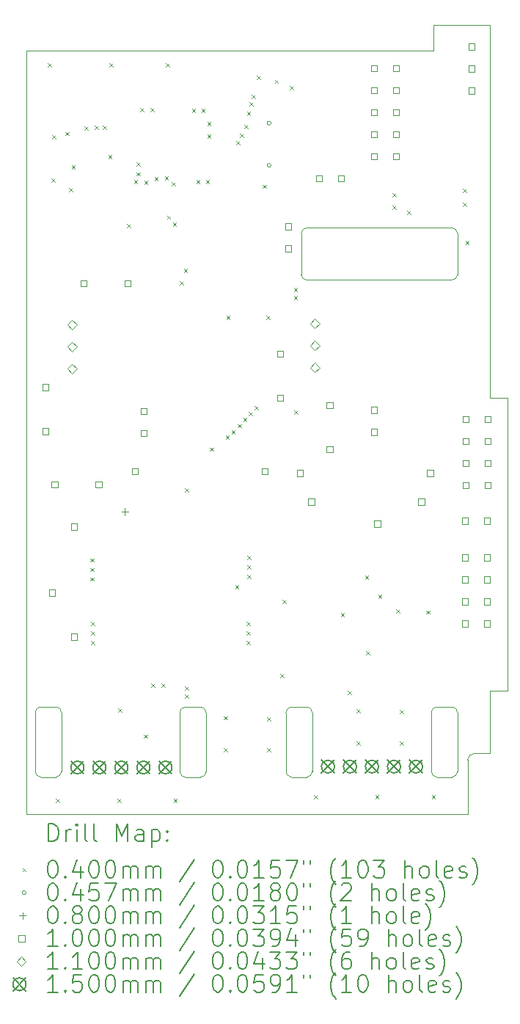
<source format=gbr>
%TF.GenerationSoftware,KiCad,Pcbnew,7.0.8-7.0.8~ubuntu22.04.1*%
%TF.CreationDate,2024-01-26T15:31:28+01:00*%
%TF.ProjectId,hand,68616e64-2e6b-4696-9361-645f70636258,rev?*%
%TF.SameCoordinates,Original*%
%TF.FileFunction,Drillmap*%
%TF.FilePolarity,Positive*%
%FSLAX45Y45*%
G04 Gerber Fmt 4.5, Leading zero omitted, Abs format (unit mm)*
G04 Created by KiCad (PCBNEW 7.0.8-7.0.8~ubuntu22.04.1) date 2024-01-26 15:31:28*
%MOMM*%
%LPD*%
G01*
G04 APERTURE LIST*
%ADD10C,0.100000*%
%ADD11C,0.200000*%
%ADD12C,0.040000*%
%ADD13C,0.045720*%
%ADD14C,0.080000*%
%ADD15C,0.110000*%
%ADD16C,0.150000*%
G04 APERTURE END LIST*
D10*
X2552500Y-10926146D02*
X2552500Y-2126146D01*
X2652358Y-10435008D02*
G75*
G03*
X2721138Y-10503792I68782J-2D01*
G01*
X7252500Y-1826146D02*
X7902500Y-1826146D01*
X5725989Y-4228357D02*
X5725989Y-4708357D01*
X5786197Y-4168149D02*
G75*
G03*
X5725989Y-4228357I-7J-60201D01*
G01*
X7722500Y-10228271D02*
X7902500Y-10228271D01*
X4558716Y-10504930D02*
G75*
G03*
X4627500Y-10436146I-6J68790D01*
G01*
X7645780Y-10926146D02*
X2552500Y-10926146D01*
X7526405Y-4708357D02*
X7526405Y-4228154D01*
X5547358Y-10435008D02*
G75*
G03*
X5616138Y-10503792I68782J-2D01*
G01*
X2652354Y-10435008D02*
X2652354Y-9759898D01*
X7722500Y-10228270D02*
G75*
G03*
X7645780Y-10304991I-10J-76710D01*
G01*
X5852650Y-9759784D02*
G75*
G03*
X5783862Y-9691000I-68790J-6D01*
G01*
X7530150Y-9759784D02*
G75*
G03*
X7461362Y-9691000I-68790J-6D01*
G01*
X7902500Y-10228271D02*
X7902500Y-9506146D01*
X2957646Y-9759784D02*
X2957646Y-10435008D01*
X4321821Y-9761035D02*
X4321821Y-10436146D01*
X8102500Y-9506146D02*
X8102500Y-6126146D01*
X7461362Y-9691000D02*
X7293252Y-9691000D01*
X4558716Y-9692137D02*
X4390605Y-9692137D01*
X5546968Y-9759898D02*
X5546968Y-10435008D01*
X5725986Y-4708357D02*
G75*
G03*
X5786197Y-4768564I60224J17D01*
G01*
X7293252Y-9691118D02*
G75*
G03*
X7224468Y-9759898I-2J-68782D01*
G01*
X7461362Y-10503796D02*
G75*
G03*
X7530146Y-10435008I-2J68786D01*
G01*
X4390605Y-9692251D02*
G75*
G03*
X4321821Y-9761035I-5J-68779D01*
G01*
X7224468Y-9759898D02*
X7224468Y-10435008D01*
X7902500Y-6126146D02*
X7902500Y-2126146D01*
X2888862Y-10503796D02*
G75*
G03*
X2957646Y-10435008I-2J68786D01*
G01*
X2957650Y-9759784D02*
G75*
G03*
X2888862Y-9691000I-68790J-6D01*
G01*
X7530146Y-10435008D02*
X7530146Y-9759784D01*
X5783862Y-9691000D02*
X5615752Y-9691000D01*
X4627500Y-10436146D02*
X4627500Y-9760921D01*
X7902500Y-1826146D02*
X7902500Y-2126146D01*
X5616138Y-10503792D02*
X5783862Y-10503792D01*
X7466197Y-4768565D02*
G75*
G03*
X7526405Y-4708357I-7J60215D01*
G01*
X2552500Y-2126146D02*
X7252500Y-2126146D01*
X5852646Y-10435008D02*
X5852646Y-9759784D01*
X5786197Y-4768564D02*
X7466197Y-4768564D01*
X4322210Y-10436146D02*
G75*
G03*
X4390991Y-10504930I68780J-4D01*
G01*
X7252500Y-2126146D02*
X7252500Y-1826146D01*
X8102500Y-6126146D02*
X7902500Y-6126146D01*
X7902500Y-9506146D02*
X8102500Y-9506146D01*
X2720752Y-9691118D02*
G75*
G03*
X2651968Y-9759898I-2J-68782D01*
G01*
X4390991Y-10504930D02*
X4558716Y-10504930D01*
X2720752Y-9691114D02*
X2888862Y-9691114D01*
X5783862Y-10503796D02*
G75*
G03*
X5852646Y-10435008I-2J68786D01*
G01*
X7645780Y-10304991D02*
X7645780Y-10926146D01*
X4627503Y-9760921D02*
G75*
G03*
X4558716Y-9692137I-68773J11D01*
G01*
X7526604Y-4228154D02*
G75*
G03*
X7466400Y-4167946I-60204J4D01*
G01*
X2888862Y-10503792D02*
X2721138Y-10503792D01*
X5615752Y-9691118D02*
G75*
G03*
X5546968Y-9759898I-2J-68782D01*
G01*
X7293638Y-10503792D02*
X7461362Y-10503792D01*
X7466400Y-4167946D02*
X5786197Y-4167946D01*
X7224858Y-10435008D02*
G75*
G03*
X7293638Y-10503792I68782J-2D01*
G01*
D11*
D12*
X2800000Y-2270000D02*
X2840000Y-2310000D01*
X2840000Y-2270000D02*
X2800000Y-2310000D01*
X2842500Y-3596146D02*
X2882500Y-3636146D01*
X2882500Y-3596146D02*
X2842500Y-3636146D01*
X2850000Y-3100000D02*
X2890000Y-3140000D01*
X2890000Y-3100000D02*
X2850000Y-3140000D01*
X2890000Y-10750000D02*
X2930000Y-10790000D01*
X2930000Y-10750000D02*
X2890000Y-10790000D01*
X3000000Y-3060000D02*
X3040000Y-3100000D01*
X3040000Y-3060000D02*
X3000000Y-3100000D01*
X3042500Y-3706146D02*
X3082500Y-3746146D01*
X3082500Y-3706146D02*
X3042500Y-3746146D01*
X3072500Y-3446146D02*
X3112500Y-3486146D01*
X3112500Y-3446146D02*
X3072500Y-3486146D01*
X3222500Y-2996146D02*
X3262500Y-3036146D01*
X3262500Y-2996146D02*
X3222500Y-3036146D01*
X3290000Y-7980000D02*
X3330000Y-8020000D01*
X3330000Y-7980000D02*
X3290000Y-8020000D01*
X3290000Y-8090000D02*
X3330000Y-8130000D01*
X3330000Y-8090000D02*
X3290000Y-8130000D01*
X3290000Y-8200000D02*
X3330000Y-8240000D01*
X3330000Y-8200000D02*
X3290000Y-8240000D01*
X3300000Y-8710000D02*
X3340000Y-8750000D01*
X3340000Y-8710000D02*
X3300000Y-8750000D01*
X3300000Y-8820000D02*
X3340000Y-8860000D01*
X3340000Y-8820000D02*
X3300000Y-8860000D01*
X3300000Y-8930000D02*
X3340000Y-8970000D01*
X3340000Y-8930000D02*
X3300000Y-8970000D01*
X3339850Y-2986146D02*
X3379850Y-3026146D01*
X3379850Y-2986146D02*
X3339850Y-3026146D01*
X3432500Y-2986146D02*
X3472500Y-3026146D01*
X3472500Y-2986146D02*
X3432500Y-3026146D01*
X3497650Y-3326146D02*
X3537650Y-3366146D01*
X3537650Y-3326146D02*
X3497650Y-3366146D01*
X3510000Y-2270000D02*
X3550000Y-2310000D01*
X3550000Y-2270000D02*
X3510000Y-2310000D01*
X3600000Y-10750000D02*
X3640000Y-10790000D01*
X3640000Y-10750000D02*
X3600000Y-10790000D01*
X3610000Y-9710000D02*
X3650000Y-9750000D01*
X3650000Y-9710000D02*
X3610000Y-9750000D01*
X3710000Y-4120000D02*
X3750000Y-4160000D01*
X3750000Y-4120000D02*
X3710000Y-4160000D01*
X3792500Y-3616146D02*
X3832500Y-3656146D01*
X3832500Y-3616146D02*
X3792500Y-3656146D01*
X3820000Y-3410000D02*
X3860000Y-3450000D01*
X3860000Y-3410000D02*
X3820000Y-3450000D01*
X3822500Y-3526146D02*
X3862500Y-3566146D01*
X3862500Y-3526146D02*
X3822500Y-3566146D01*
X3862500Y-2786146D02*
X3902500Y-2826146D01*
X3902500Y-2786146D02*
X3862500Y-2826146D01*
X3910000Y-10010000D02*
X3950000Y-10050000D01*
X3950000Y-10010000D02*
X3910000Y-10050000D01*
X3911823Y-3621823D02*
X3951823Y-3661823D01*
X3951823Y-3621823D02*
X3911823Y-3661823D01*
X3982500Y-2786146D02*
X4022500Y-2826146D01*
X4022500Y-2786146D02*
X3982500Y-2826146D01*
X3990000Y-9420000D02*
X4030000Y-9460000D01*
X4030000Y-9420000D02*
X3990000Y-9460000D01*
X4030000Y-3580000D02*
X4070000Y-3620000D01*
X4070000Y-3580000D02*
X4030000Y-3620000D01*
X4109700Y-9420000D02*
X4149700Y-9460000D01*
X4149700Y-9420000D02*
X4109700Y-9460000D01*
X4150000Y-3574850D02*
X4190000Y-3614850D01*
X4190000Y-3574850D02*
X4150000Y-3614850D01*
X4160000Y-2270000D02*
X4200000Y-2310000D01*
X4200000Y-2270000D02*
X4160000Y-2310000D01*
X4174850Y-4026146D02*
X4214850Y-4066146D01*
X4214850Y-4026146D02*
X4174850Y-4066146D01*
X4230000Y-3640000D02*
X4270000Y-3680000D01*
X4270000Y-3640000D02*
X4230000Y-3680000D01*
X4242500Y-4106146D02*
X4282500Y-4146146D01*
X4282500Y-4106146D02*
X4242500Y-4146146D01*
X4250000Y-10750000D02*
X4290000Y-10790000D01*
X4290000Y-10750000D02*
X4250000Y-10790000D01*
X4320000Y-4780000D02*
X4360000Y-4820000D01*
X4360000Y-4780000D02*
X4320000Y-4820000D01*
X4370000Y-4640000D02*
X4410000Y-4680000D01*
X4410000Y-4640000D02*
X4370000Y-4680000D01*
X4380000Y-7170000D02*
X4420000Y-7210000D01*
X4420000Y-7170000D02*
X4380000Y-7210000D01*
X4380000Y-9457350D02*
X4420000Y-9497350D01*
X4420000Y-9457350D02*
X4380000Y-9497350D01*
X4380000Y-9550000D02*
X4420000Y-9590000D01*
X4420000Y-9550000D02*
X4380000Y-9590000D01*
X4462500Y-2796146D02*
X4502500Y-2836146D01*
X4502500Y-2796146D02*
X4462500Y-2836146D01*
X4512500Y-3616146D02*
X4552500Y-3656146D01*
X4552500Y-3616146D02*
X4512500Y-3656146D01*
X4572500Y-2796146D02*
X4612500Y-2836146D01*
X4612500Y-2796146D02*
X4572500Y-2836146D01*
X4622500Y-3616146D02*
X4662500Y-3656146D01*
X4662500Y-3616146D02*
X4622500Y-3656146D01*
X4640000Y-2946146D02*
X4680000Y-2986146D01*
X4680000Y-2946146D02*
X4640000Y-2986146D01*
X4640000Y-3090000D02*
X4680000Y-3130000D01*
X4680000Y-3090000D02*
X4640000Y-3130000D01*
X4670000Y-6700000D02*
X4710000Y-6740000D01*
X4710000Y-6700000D02*
X4670000Y-6740000D01*
X4830000Y-9800000D02*
X4870000Y-9840000D01*
X4870000Y-9800000D02*
X4830000Y-9840000D01*
X4830000Y-10170000D02*
X4870000Y-10210000D01*
X4870000Y-10170000D02*
X4830000Y-10210000D01*
X4851848Y-6562764D02*
X4891848Y-6602764D01*
X4891848Y-6562764D02*
X4851848Y-6602764D01*
X4860000Y-5180000D02*
X4900000Y-5220000D01*
X4900000Y-5180000D02*
X4860000Y-5220000D01*
X4920000Y-6500000D02*
X4960000Y-6540000D01*
X4960000Y-6500000D02*
X4920000Y-6540000D01*
X4962500Y-8286146D02*
X5002500Y-8326146D01*
X5002500Y-8286146D02*
X4962500Y-8326146D01*
X4974850Y-3165996D02*
X5014850Y-3205996D01*
X5014850Y-3165996D02*
X4974850Y-3205996D01*
X4989650Y-6430000D02*
X5029650Y-6470000D01*
X5029650Y-6430000D02*
X4989650Y-6470000D01*
X5017021Y-3083500D02*
X5057021Y-3123500D01*
X5057021Y-3083500D02*
X5017021Y-3123500D01*
X5054850Y-6360000D02*
X5094850Y-6400000D01*
X5094850Y-6360000D02*
X5054850Y-6400000D01*
X5070000Y-2980000D02*
X5110000Y-3020000D01*
X5110000Y-2980000D02*
X5070000Y-3020000D01*
X5090000Y-8710000D02*
X5130000Y-8750000D01*
X5130000Y-8710000D02*
X5090000Y-8750000D01*
X5090000Y-8820000D02*
X5130000Y-8860000D01*
X5130000Y-8820000D02*
X5090000Y-8860000D01*
X5090000Y-8930000D02*
X5130000Y-8970000D01*
X5130000Y-8930000D02*
X5090000Y-8970000D01*
X5097864Y-2830000D02*
X5137864Y-2870000D01*
X5137864Y-2830000D02*
X5097864Y-2870000D01*
X5100000Y-7950000D02*
X5140000Y-7990000D01*
X5140000Y-7950000D02*
X5100000Y-7990000D01*
X5100000Y-8060000D02*
X5140000Y-8100000D01*
X5140000Y-8060000D02*
X5100000Y-8100000D01*
X5100000Y-8170000D02*
X5140000Y-8210000D01*
X5140000Y-8170000D02*
X5100000Y-8210000D01*
X5120000Y-6290000D02*
X5160000Y-6330000D01*
X5160000Y-6290000D02*
X5120000Y-6330000D01*
X5127529Y-2719884D02*
X5167529Y-2759884D01*
X5167529Y-2719884D02*
X5127529Y-2759884D01*
X5150000Y-2630000D02*
X5190000Y-2670000D01*
X5190000Y-2630000D02*
X5150000Y-2670000D01*
X5187350Y-6220000D02*
X5227350Y-6260000D01*
X5227350Y-6220000D02*
X5187350Y-6260000D01*
X5210000Y-2410000D02*
X5250000Y-2450000D01*
X5250000Y-2410000D02*
X5210000Y-2450000D01*
X5280000Y-3670000D02*
X5320000Y-3710000D01*
X5320000Y-3670000D02*
X5280000Y-3710000D01*
X5320000Y-5180000D02*
X5360000Y-5220000D01*
X5360000Y-5180000D02*
X5320000Y-5220000D01*
X5330000Y-9810000D02*
X5370000Y-9850000D01*
X5370000Y-9810000D02*
X5330000Y-9850000D01*
X5330000Y-10170000D02*
X5370000Y-10210000D01*
X5370000Y-10170000D02*
X5330000Y-10210000D01*
X5420000Y-2460000D02*
X5460000Y-2500000D01*
X5460000Y-2460000D02*
X5420000Y-2500000D01*
X5480000Y-9310000D02*
X5520000Y-9350000D01*
X5520000Y-9310000D02*
X5480000Y-9350000D01*
X5510000Y-8460000D02*
X5550000Y-8500000D01*
X5550000Y-8460000D02*
X5510000Y-8500000D01*
X5590000Y-2530000D02*
X5630000Y-2570000D01*
X5630000Y-2530000D02*
X5590000Y-2570000D01*
X5640000Y-4857350D02*
X5680000Y-4897350D01*
X5680000Y-4857350D02*
X5640000Y-4897350D01*
X5640000Y-4950000D02*
X5680000Y-4990000D01*
X5680000Y-4950000D02*
X5640000Y-4990000D01*
X5642500Y-6276146D02*
X5682500Y-6316146D01*
X5682500Y-6276146D02*
X5642500Y-6316146D01*
X5870000Y-10710000D02*
X5910000Y-10750000D01*
X5910000Y-10710000D02*
X5870000Y-10750000D01*
X6180000Y-8610000D02*
X6220000Y-8650000D01*
X6220000Y-8610000D02*
X6180000Y-8650000D01*
X6260000Y-9510000D02*
X6300000Y-9550000D01*
X6300000Y-9510000D02*
X6260000Y-9550000D01*
X6360000Y-9720000D02*
X6400000Y-9760000D01*
X6400000Y-9720000D02*
X6360000Y-9760000D01*
X6360000Y-10090000D02*
X6400000Y-10130000D01*
X6400000Y-10090000D02*
X6360000Y-10130000D01*
X6460000Y-8180000D02*
X6500000Y-8220000D01*
X6500000Y-8180000D02*
X6460000Y-8220000D01*
X6470000Y-9050000D02*
X6510000Y-9090000D01*
X6510000Y-9050000D02*
X6470000Y-9090000D01*
X6580000Y-10710000D02*
X6620000Y-10750000D01*
X6620000Y-10710000D02*
X6580000Y-10750000D01*
X6612500Y-8396146D02*
X6652500Y-8436146D01*
X6652500Y-8396146D02*
X6612500Y-8436146D01*
X6780000Y-3770000D02*
X6820000Y-3810000D01*
X6820000Y-3770000D02*
X6780000Y-3810000D01*
X6780000Y-3910000D02*
X6820000Y-3950000D01*
X6820000Y-3910000D02*
X6780000Y-3950000D01*
X6820000Y-8570000D02*
X6860000Y-8610000D01*
X6860000Y-8570000D02*
X6820000Y-8610000D01*
X6860000Y-9730000D02*
X6900000Y-9770000D01*
X6900000Y-9730000D02*
X6860000Y-9770000D01*
X6860000Y-10090000D02*
X6900000Y-10130000D01*
X6900000Y-10090000D02*
X6860000Y-10130000D01*
X6950000Y-3970000D02*
X6990000Y-4010000D01*
X6990000Y-3970000D02*
X6950000Y-4010000D01*
X7170000Y-8580000D02*
X7210000Y-8620000D01*
X7210000Y-8580000D02*
X7170000Y-8620000D01*
X7230000Y-10710000D02*
X7270000Y-10750000D01*
X7270000Y-10710000D02*
X7230000Y-10750000D01*
X7592500Y-3716146D02*
X7632500Y-3756146D01*
X7632500Y-3716146D02*
X7592500Y-3756146D01*
X7592500Y-3876146D02*
X7632500Y-3916146D01*
X7632500Y-3876146D02*
X7592500Y-3916146D01*
X7620000Y-4320000D02*
X7660000Y-4360000D01*
X7660000Y-4320000D02*
X7620000Y-4360000D01*
D13*
X5375360Y-2958146D02*
G75*
G03*
X5375360Y-2958146I-22860J0D01*
G01*
X5375360Y-3446146D02*
G75*
G03*
X5375360Y-3446146I-22860J0D01*
G01*
D14*
X3690000Y-7400000D02*
X3690000Y-7480000D01*
X3650000Y-7440000D02*
X3730000Y-7440000D01*
D10*
X2807856Y-6041502D02*
X2807856Y-5970790D01*
X2737144Y-5970790D01*
X2737144Y-6041502D01*
X2807856Y-6041502D01*
X2807856Y-6549502D02*
X2807856Y-6478790D01*
X2737144Y-6478790D01*
X2737144Y-6549502D01*
X2807856Y-6549502D01*
X2881356Y-8411002D02*
X2881356Y-8340290D01*
X2810644Y-8340290D01*
X2810644Y-8411002D01*
X2881356Y-8411002D01*
X2913856Y-7161502D02*
X2913856Y-7090790D01*
X2843144Y-7090790D01*
X2843144Y-7161502D01*
X2913856Y-7161502D01*
X3135356Y-7649002D02*
X3135356Y-7578290D01*
X3064644Y-7578290D01*
X3064644Y-7649002D01*
X3135356Y-7649002D01*
X3135356Y-8919002D02*
X3135356Y-8848290D01*
X3064644Y-8848290D01*
X3064644Y-8919002D01*
X3135356Y-8919002D01*
X3245356Y-4841502D02*
X3245356Y-4770790D01*
X3174644Y-4770790D01*
X3174644Y-4841502D01*
X3245356Y-4841502D01*
X3421856Y-7161502D02*
X3421856Y-7090790D01*
X3351144Y-7090790D01*
X3351144Y-7161502D01*
X3421856Y-7161502D01*
X3753356Y-4841502D02*
X3753356Y-4770790D01*
X3682644Y-4770790D01*
X3682644Y-4841502D01*
X3753356Y-4841502D01*
X3837856Y-7011502D02*
X3837856Y-6940790D01*
X3767144Y-6940790D01*
X3767144Y-7011502D01*
X3837856Y-7011502D01*
X3940356Y-6314002D02*
X3940356Y-6243290D01*
X3869644Y-6243290D01*
X3869644Y-6314002D01*
X3940356Y-6314002D01*
X3940356Y-6568002D02*
X3940356Y-6497290D01*
X3869644Y-6497290D01*
X3869644Y-6568002D01*
X3940356Y-6568002D01*
X5337856Y-7011502D02*
X5337856Y-6940790D01*
X5267144Y-6940790D01*
X5267144Y-7011502D01*
X5337856Y-7011502D01*
X5517856Y-5657502D02*
X5517856Y-5586790D01*
X5447144Y-5586790D01*
X5447144Y-5657502D01*
X5517856Y-5657502D01*
X5517856Y-6165502D02*
X5517856Y-6094790D01*
X5447144Y-6094790D01*
X5447144Y-6165502D01*
X5517856Y-6165502D01*
X5607856Y-4187502D02*
X5607856Y-4116790D01*
X5537144Y-4116790D01*
X5537144Y-4187502D01*
X5607856Y-4187502D01*
X5607856Y-4441502D02*
X5607856Y-4370790D01*
X5537144Y-4370790D01*
X5537144Y-4441502D01*
X5607856Y-4441502D01*
X5747856Y-7031502D02*
X5747856Y-6960790D01*
X5677144Y-6960790D01*
X5677144Y-7031502D01*
X5747856Y-7031502D01*
X5877856Y-7361502D02*
X5877856Y-7290790D01*
X5807144Y-7290790D01*
X5807144Y-7361502D01*
X5877856Y-7361502D01*
X5967856Y-3631502D02*
X5967856Y-3560790D01*
X5897144Y-3560790D01*
X5897144Y-3631502D01*
X5967856Y-3631502D01*
X6087856Y-6247502D02*
X6087856Y-6176790D01*
X6017144Y-6176790D01*
X6017144Y-6247502D01*
X6087856Y-6247502D01*
X6087856Y-6755502D02*
X6087856Y-6684790D01*
X6017144Y-6684790D01*
X6017144Y-6755502D01*
X6087856Y-6755502D01*
X6221856Y-3631502D02*
X6221856Y-3560790D01*
X6151144Y-3560790D01*
X6151144Y-3631502D01*
X6221856Y-3631502D01*
X6600356Y-6304002D02*
X6600356Y-6233290D01*
X6529644Y-6233290D01*
X6529644Y-6304002D01*
X6600356Y-6304002D01*
X6600356Y-6558002D02*
X6600356Y-6487290D01*
X6529644Y-6487290D01*
X6529644Y-6558002D01*
X6600356Y-6558002D01*
X6601356Y-2363502D02*
X6601356Y-2292790D01*
X6530644Y-2292790D01*
X6530644Y-2363502D01*
X6601356Y-2363502D01*
X6601356Y-2617502D02*
X6601356Y-2546790D01*
X6530644Y-2546790D01*
X6530644Y-2617502D01*
X6601356Y-2617502D01*
X6601356Y-2871502D02*
X6601356Y-2800790D01*
X6530644Y-2800790D01*
X6530644Y-2871502D01*
X6601356Y-2871502D01*
X6601356Y-3125502D02*
X6601356Y-3054790D01*
X6530644Y-3054790D01*
X6530644Y-3125502D01*
X6601356Y-3125502D01*
X6601356Y-3379502D02*
X6601356Y-3308790D01*
X6530644Y-3308790D01*
X6530644Y-3379502D01*
X6601356Y-3379502D01*
X6639856Y-7615502D02*
X6639856Y-7544790D01*
X6569144Y-7544790D01*
X6569144Y-7615502D01*
X6639856Y-7615502D01*
X6855356Y-2363502D02*
X6855356Y-2292790D01*
X6784644Y-2292790D01*
X6784644Y-2363502D01*
X6855356Y-2363502D01*
X6855356Y-2617502D02*
X6855356Y-2546790D01*
X6784644Y-2546790D01*
X6784644Y-2617502D01*
X6855356Y-2617502D01*
X6855356Y-2871502D02*
X6855356Y-2800790D01*
X6784644Y-2800790D01*
X6784644Y-2871502D01*
X6855356Y-2871502D01*
X6855356Y-3125502D02*
X6855356Y-3054790D01*
X6784644Y-3054790D01*
X6784644Y-3125502D01*
X6855356Y-3125502D01*
X6855356Y-3379502D02*
X6855356Y-3308790D01*
X6784644Y-3308790D01*
X6784644Y-3379502D01*
X6855356Y-3379502D01*
X7147856Y-7361502D02*
X7147856Y-7290790D01*
X7077144Y-7290790D01*
X7077144Y-7361502D01*
X7147856Y-7361502D01*
X7247856Y-7031502D02*
X7247856Y-6960790D01*
X7177144Y-6960790D01*
X7177144Y-7031502D01*
X7247856Y-7031502D01*
X7647856Y-8003502D02*
X7647856Y-7932790D01*
X7577144Y-7932790D01*
X7577144Y-8003502D01*
X7647856Y-8003502D01*
X7647856Y-8257502D02*
X7647856Y-8186790D01*
X7577144Y-8186790D01*
X7577144Y-8257502D01*
X7647856Y-8257502D01*
X7647856Y-8511502D02*
X7647856Y-8440790D01*
X7577144Y-8440790D01*
X7577144Y-8511502D01*
X7647856Y-8511502D01*
X7647856Y-8765502D02*
X7647856Y-8694790D01*
X7577144Y-8694790D01*
X7577144Y-8765502D01*
X7647856Y-8765502D01*
X7651356Y-7581502D02*
X7651356Y-7510790D01*
X7580644Y-7510790D01*
X7580644Y-7581502D01*
X7651356Y-7581502D01*
X7660356Y-6409502D02*
X7660356Y-6338790D01*
X7589644Y-6338790D01*
X7589644Y-6409502D01*
X7660356Y-6409502D01*
X7660356Y-6663502D02*
X7660356Y-6592790D01*
X7589644Y-6592790D01*
X7589644Y-6663502D01*
X7660356Y-6663502D01*
X7660356Y-6917502D02*
X7660356Y-6846790D01*
X7589644Y-6846790D01*
X7589644Y-6917502D01*
X7660356Y-6917502D01*
X7660356Y-7171502D02*
X7660356Y-7100790D01*
X7589644Y-7100790D01*
X7589644Y-7171502D01*
X7660356Y-7171502D01*
X7727856Y-2111502D02*
X7727856Y-2040790D01*
X7657144Y-2040790D01*
X7657144Y-2111502D01*
X7727856Y-2111502D01*
X7727856Y-2365502D02*
X7727856Y-2294790D01*
X7657144Y-2294790D01*
X7657144Y-2365502D01*
X7727856Y-2365502D01*
X7727856Y-2619502D02*
X7727856Y-2548790D01*
X7657144Y-2548790D01*
X7657144Y-2619502D01*
X7727856Y-2619502D01*
X7901856Y-8003502D02*
X7901856Y-7932790D01*
X7831144Y-7932790D01*
X7831144Y-8003502D01*
X7901856Y-8003502D01*
X7901856Y-8257502D02*
X7901856Y-8186790D01*
X7831144Y-8186790D01*
X7831144Y-8257502D01*
X7901856Y-8257502D01*
X7901856Y-8511502D02*
X7901856Y-8440790D01*
X7831144Y-8440790D01*
X7831144Y-8511502D01*
X7901856Y-8511502D01*
X7901856Y-8765502D02*
X7901856Y-8694790D01*
X7831144Y-8694790D01*
X7831144Y-8765502D01*
X7901856Y-8765502D01*
X7905356Y-7581502D02*
X7905356Y-7510790D01*
X7834644Y-7510790D01*
X7834644Y-7581502D01*
X7905356Y-7581502D01*
X7914356Y-6409502D02*
X7914356Y-6338790D01*
X7843644Y-6338790D01*
X7843644Y-6409502D01*
X7914356Y-6409502D01*
X7914356Y-6663502D02*
X7914356Y-6592790D01*
X7843644Y-6592790D01*
X7843644Y-6663502D01*
X7914356Y-6663502D01*
X7914356Y-6917502D02*
X7914356Y-6846790D01*
X7843644Y-6846790D01*
X7843644Y-6917502D01*
X7914356Y-6917502D01*
X7914356Y-7171502D02*
X7914356Y-7100790D01*
X7843644Y-7100790D01*
X7843644Y-7171502D01*
X7914356Y-7171502D01*
D15*
X3079500Y-5337146D02*
X3134500Y-5282146D01*
X3079500Y-5227146D01*
X3024500Y-5282146D01*
X3079500Y-5337146D01*
X3079500Y-5591146D02*
X3134500Y-5536146D01*
X3079500Y-5481146D01*
X3024500Y-5536146D01*
X3079500Y-5591146D01*
X3079500Y-5845146D02*
X3134500Y-5790146D01*
X3079500Y-5735146D01*
X3024500Y-5790146D01*
X3079500Y-5845146D01*
X5879500Y-5327146D02*
X5934500Y-5272146D01*
X5879500Y-5217146D01*
X5824500Y-5272146D01*
X5879500Y-5327146D01*
X5879500Y-5581146D02*
X5934500Y-5526146D01*
X5879500Y-5471146D01*
X5824500Y-5526146D01*
X5879500Y-5581146D01*
X5879500Y-5835146D02*
X5934500Y-5780146D01*
X5879500Y-5725146D01*
X5824500Y-5780146D01*
X5879500Y-5835146D01*
D16*
X3066000Y-10316146D02*
X3216000Y-10466146D01*
X3216000Y-10316146D02*
X3066000Y-10466146D01*
X3216000Y-10391146D02*
G75*
G03*
X3216000Y-10391146I-75000J0D01*
G01*
X3320000Y-10316146D02*
X3470000Y-10466146D01*
X3470000Y-10316146D02*
X3320000Y-10466146D01*
X3470000Y-10391146D02*
G75*
G03*
X3470000Y-10391146I-75000J0D01*
G01*
X3574000Y-10316146D02*
X3724000Y-10466146D01*
X3724000Y-10316146D02*
X3574000Y-10466146D01*
X3724000Y-10391146D02*
G75*
G03*
X3724000Y-10391146I-75000J0D01*
G01*
X3828000Y-10316146D02*
X3978000Y-10466146D01*
X3978000Y-10316146D02*
X3828000Y-10466146D01*
X3978000Y-10391146D02*
G75*
G03*
X3978000Y-10391146I-75000J0D01*
G01*
X4082000Y-10316146D02*
X4232000Y-10466146D01*
X4232000Y-10316146D02*
X4082000Y-10466146D01*
X4232000Y-10391146D02*
G75*
G03*
X4232000Y-10391146I-75000J0D01*
G01*
X5958000Y-10306146D02*
X6108000Y-10456146D01*
X6108000Y-10306146D02*
X5958000Y-10456146D01*
X6108000Y-10381146D02*
G75*
G03*
X6108000Y-10381146I-75000J0D01*
G01*
X6212000Y-10306146D02*
X6362000Y-10456146D01*
X6362000Y-10306146D02*
X6212000Y-10456146D01*
X6362000Y-10381146D02*
G75*
G03*
X6362000Y-10381146I-75000J0D01*
G01*
X6466000Y-10306146D02*
X6616000Y-10456146D01*
X6616000Y-10306146D02*
X6466000Y-10456146D01*
X6616000Y-10381146D02*
G75*
G03*
X6616000Y-10381146I-75000J0D01*
G01*
X6720000Y-10306146D02*
X6870000Y-10456146D01*
X6870000Y-10306146D02*
X6720000Y-10456146D01*
X6870000Y-10381146D02*
G75*
G03*
X6870000Y-10381146I-75000J0D01*
G01*
X6974000Y-10306146D02*
X7124000Y-10456146D01*
X7124000Y-10306146D02*
X6974000Y-10456146D01*
X7124000Y-10381146D02*
G75*
G03*
X7124000Y-10381146I-75000J0D01*
G01*
D11*
X2808277Y-11242630D02*
X2808277Y-11042630D01*
X2808277Y-11042630D02*
X2855896Y-11042630D01*
X2855896Y-11042630D02*
X2884467Y-11052154D01*
X2884467Y-11052154D02*
X2903515Y-11071201D01*
X2903515Y-11071201D02*
X2913039Y-11090249D01*
X2913039Y-11090249D02*
X2922562Y-11128344D01*
X2922562Y-11128344D02*
X2922562Y-11156916D01*
X2922562Y-11156916D02*
X2913039Y-11195011D01*
X2913039Y-11195011D02*
X2903515Y-11214058D01*
X2903515Y-11214058D02*
X2884467Y-11233106D01*
X2884467Y-11233106D02*
X2855896Y-11242630D01*
X2855896Y-11242630D02*
X2808277Y-11242630D01*
X3008277Y-11242630D02*
X3008277Y-11109296D01*
X3008277Y-11147392D02*
X3017801Y-11128344D01*
X3017801Y-11128344D02*
X3027324Y-11118820D01*
X3027324Y-11118820D02*
X3046372Y-11109296D01*
X3046372Y-11109296D02*
X3065420Y-11109296D01*
X3132086Y-11242630D02*
X3132086Y-11109296D01*
X3132086Y-11042630D02*
X3122562Y-11052154D01*
X3122562Y-11052154D02*
X3132086Y-11061677D01*
X3132086Y-11061677D02*
X3141610Y-11052154D01*
X3141610Y-11052154D02*
X3132086Y-11042630D01*
X3132086Y-11042630D02*
X3132086Y-11061677D01*
X3255896Y-11242630D02*
X3236848Y-11233106D01*
X3236848Y-11233106D02*
X3227324Y-11214058D01*
X3227324Y-11214058D02*
X3227324Y-11042630D01*
X3360658Y-11242630D02*
X3341610Y-11233106D01*
X3341610Y-11233106D02*
X3332086Y-11214058D01*
X3332086Y-11214058D02*
X3332086Y-11042630D01*
X3589229Y-11242630D02*
X3589229Y-11042630D01*
X3589229Y-11042630D02*
X3655896Y-11185487D01*
X3655896Y-11185487D02*
X3722562Y-11042630D01*
X3722562Y-11042630D02*
X3722562Y-11242630D01*
X3903515Y-11242630D02*
X3903515Y-11137868D01*
X3903515Y-11137868D02*
X3893991Y-11118820D01*
X3893991Y-11118820D02*
X3874943Y-11109296D01*
X3874943Y-11109296D02*
X3836848Y-11109296D01*
X3836848Y-11109296D02*
X3817801Y-11118820D01*
X3903515Y-11233106D02*
X3884467Y-11242630D01*
X3884467Y-11242630D02*
X3836848Y-11242630D01*
X3836848Y-11242630D02*
X3817801Y-11233106D01*
X3817801Y-11233106D02*
X3808277Y-11214058D01*
X3808277Y-11214058D02*
X3808277Y-11195011D01*
X3808277Y-11195011D02*
X3817801Y-11175963D01*
X3817801Y-11175963D02*
X3836848Y-11166439D01*
X3836848Y-11166439D02*
X3884467Y-11166439D01*
X3884467Y-11166439D02*
X3903515Y-11156916D01*
X3998753Y-11109296D02*
X3998753Y-11309296D01*
X3998753Y-11118820D02*
X4017801Y-11109296D01*
X4017801Y-11109296D02*
X4055896Y-11109296D01*
X4055896Y-11109296D02*
X4074943Y-11118820D01*
X4074943Y-11118820D02*
X4084467Y-11128344D01*
X4084467Y-11128344D02*
X4093991Y-11147392D01*
X4093991Y-11147392D02*
X4093991Y-11204534D01*
X4093991Y-11204534D02*
X4084467Y-11223582D01*
X4084467Y-11223582D02*
X4074943Y-11233106D01*
X4074943Y-11233106D02*
X4055896Y-11242630D01*
X4055896Y-11242630D02*
X4017801Y-11242630D01*
X4017801Y-11242630D02*
X3998753Y-11233106D01*
X4179705Y-11223582D02*
X4189229Y-11233106D01*
X4189229Y-11233106D02*
X4179705Y-11242630D01*
X4179705Y-11242630D02*
X4170182Y-11233106D01*
X4170182Y-11233106D02*
X4179705Y-11223582D01*
X4179705Y-11223582D02*
X4179705Y-11242630D01*
X4179705Y-11118820D02*
X4189229Y-11128344D01*
X4189229Y-11128344D02*
X4179705Y-11137868D01*
X4179705Y-11137868D02*
X4170182Y-11128344D01*
X4170182Y-11128344D02*
X4179705Y-11118820D01*
X4179705Y-11118820D02*
X4179705Y-11137868D01*
D12*
X2507500Y-11551146D02*
X2547500Y-11591146D01*
X2547500Y-11551146D02*
X2507500Y-11591146D01*
D11*
X2846372Y-11462630D02*
X2865420Y-11462630D01*
X2865420Y-11462630D02*
X2884467Y-11472154D01*
X2884467Y-11472154D02*
X2893991Y-11481677D01*
X2893991Y-11481677D02*
X2903515Y-11500725D01*
X2903515Y-11500725D02*
X2913039Y-11538820D01*
X2913039Y-11538820D02*
X2913039Y-11586439D01*
X2913039Y-11586439D02*
X2903515Y-11624534D01*
X2903515Y-11624534D02*
X2893991Y-11643582D01*
X2893991Y-11643582D02*
X2884467Y-11653106D01*
X2884467Y-11653106D02*
X2865420Y-11662630D01*
X2865420Y-11662630D02*
X2846372Y-11662630D01*
X2846372Y-11662630D02*
X2827324Y-11653106D01*
X2827324Y-11653106D02*
X2817801Y-11643582D01*
X2817801Y-11643582D02*
X2808277Y-11624534D01*
X2808277Y-11624534D02*
X2798753Y-11586439D01*
X2798753Y-11586439D02*
X2798753Y-11538820D01*
X2798753Y-11538820D02*
X2808277Y-11500725D01*
X2808277Y-11500725D02*
X2817801Y-11481677D01*
X2817801Y-11481677D02*
X2827324Y-11472154D01*
X2827324Y-11472154D02*
X2846372Y-11462630D01*
X2998753Y-11643582D02*
X3008277Y-11653106D01*
X3008277Y-11653106D02*
X2998753Y-11662630D01*
X2998753Y-11662630D02*
X2989229Y-11653106D01*
X2989229Y-11653106D02*
X2998753Y-11643582D01*
X2998753Y-11643582D02*
X2998753Y-11662630D01*
X3179705Y-11529296D02*
X3179705Y-11662630D01*
X3132086Y-11453106D02*
X3084467Y-11595963D01*
X3084467Y-11595963D02*
X3208277Y-11595963D01*
X3322562Y-11462630D02*
X3341610Y-11462630D01*
X3341610Y-11462630D02*
X3360658Y-11472154D01*
X3360658Y-11472154D02*
X3370182Y-11481677D01*
X3370182Y-11481677D02*
X3379705Y-11500725D01*
X3379705Y-11500725D02*
X3389229Y-11538820D01*
X3389229Y-11538820D02*
X3389229Y-11586439D01*
X3389229Y-11586439D02*
X3379705Y-11624534D01*
X3379705Y-11624534D02*
X3370182Y-11643582D01*
X3370182Y-11643582D02*
X3360658Y-11653106D01*
X3360658Y-11653106D02*
X3341610Y-11662630D01*
X3341610Y-11662630D02*
X3322562Y-11662630D01*
X3322562Y-11662630D02*
X3303515Y-11653106D01*
X3303515Y-11653106D02*
X3293991Y-11643582D01*
X3293991Y-11643582D02*
X3284467Y-11624534D01*
X3284467Y-11624534D02*
X3274943Y-11586439D01*
X3274943Y-11586439D02*
X3274943Y-11538820D01*
X3274943Y-11538820D02*
X3284467Y-11500725D01*
X3284467Y-11500725D02*
X3293991Y-11481677D01*
X3293991Y-11481677D02*
X3303515Y-11472154D01*
X3303515Y-11472154D02*
X3322562Y-11462630D01*
X3513039Y-11462630D02*
X3532086Y-11462630D01*
X3532086Y-11462630D02*
X3551134Y-11472154D01*
X3551134Y-11472154D02*
X3560658Y-11481677D01*
X3560658Y-11481677D02*
X3570182Y-11500725D01*
X3570182Y-11500725D02*
X3579705Y-11538820D01*
X3579705Y-11538820D02*
X3579705Y-11586439D01*
X3579705Y-11586439D02*
X3570182Y-11624534D01*
X3570182Y-11624534D02*
X3560658Y-11643582D01*
X3560658Y-11643582D02*
X3551134Y-11653106D01*
X3551134Y-11653106D02*
X3532086Y-11662630D01*
X3532086Y-11662630D02*
X3513039Y-11662630D01*
X3513039Y-11662630D02*
X3493991Y-11653106D01*
X3493991Y-11653106D02*
X3484467Y-11643582D01*
X3484467Y-11643582D02*
X3474943Y-11624534D01*
X3474943Y-11624534D02*
X3465420Y-11586439D01*
X3465420Y-11586439D02*
X3465420Y-11538820D01*
X3465420Y-11538820D02*
X3474943Y-11500725D01*
X3474943Y-11500725D02*
X3484467Y-11481677D01*
X3484467Y-11481677D02*
X3493991Y-11472154D01*
X3493991Y-11472154D02*
X3513039Y-11462630D01*
X3665420Y-11662630D02*
X3665420Y-11529296D01*
X3665420Y-11548344D02*
X3674943Y-11538820D01*
X3674943Y-11538820D02*
X3693991Y-11529296D01*
X3693991Y-11529296D02*
X3722563Y-11529296D01*
X3722563Y-11529296D02*
X3741610Y-11538820D01*
X3741610Y-11538820D02*
X3751134Y-11557868D01*
X3751134Y-11557868D02*
X3751134Y-11662630D01*
X3751134Y-11557868D02*
X3760658Y-11538820D01*
X3760658Y-11538820D02*
X3779705Y-11529296D01*
X3779705Y-11529296D02*
X3808277Y-11529296D01*
X3808277Y-11529296D02*
X3827324Y-11538820D01*
X3827324Y-11538820D02*
X3836848Y-11557868D01*
X3836848Y-11557868D02*
X3836848Y-11662630D01*
X3932086Y-11662630D02*
X3932086Y-11529296D01*
X3932086Y-11548344D02*
X3941610Y-11538820D01*
X3941610Y-11538820D02*
X3960658Y-11529296D01*
X3960658Y-11529296D02*
X3989229Y-11529296D01*
X3989229Y-11529296D02*
X4008277Y-11538820D01*
X4008277Y-11538820D02*
X4017801Y-11557868D01*
X4017801Y-11557868D02*
X4017801Y-11662630D01*
X4017801Y-11557868D02*
X4027324Y-11538820D01*
X4027324Y-11538820D02*
X4046372Y-11529296D01*
X4046372Y-11529296D02*
X4074943Y-11529296D01*
X4074943Y-11529296D02*
X4093991Y-11538820D01*
X4093991Y-11538820D02*
X4103515Y-11557868D01*
X4103515Y-11557868D02*
X4103515Y-11662630D01*
X4493991Y-11453106D02*
X4322563Y-11710249D01*
X4751134Y-11462630D02*
X4770182Y-11462630D01*
X4770182Y-11462630D02*
X4789229Y-11472154D01*
X4789229Y-11472154D02*
X4798753Y-11481677D01*
X4798753Y-11481677D02*
X4808277Y-11500725D01*
X4808277Y-11500725D02*
X4817801Y-11538820D01*
X4817801Y-11538820D02*
X4817801Y-11586439D01*
X4817801Y-11586439D02*
X4808277Y-11624534D01*
X4808277Y-11624534D02*
X4798753Y-11643582D01*
X4798753Y-11643582D02*
X4789229Y-11653106D01*
X4789229Y-11653106D02*
X4770182Y-11662630D01*
X4770182Y-11662630D02*
X4751134Y-11662630D01*
X4751134Y-11662630D02*
X4732087Y-11653106D01*
X4732087Y-11653106D02*
X4722563Y-11643582D01*
X4722563Y-11643582D02*
X4713039Y-11624534D01*
X4713039Y-11624534D02*
X4703515Y-11586439D01*
X4703515Y-11586439D02*
X4703515Y-11538820D01*
X4703515Y-11538820D02*
X4713039Y-11500725D01*
X4713039Y-11500725D02*
X4722563Y-11481677D01*
X4722563Y-11481677D02*
X4732087Y-11472154D01*
X4732087Y-11472154D02*
X4751134Y-11462630D01*
X4903515Y-11643582D02*
X4913039Y-11653106D01*
X4913039Y-11653106D02*
X4903515Y-11662630D01*
X4903515Y-11662630D02*
X4893991Y-11653106D01*
X4893991Y-11653106D02*
X4903515Y-11643582D01*
X4903515Y-11643582D02*
X4903515Y-11662630D01*
X5036848Y-11462630D02*
X5055896Y-11462630D01*
X5055896Y-11462630D02*
X5074944Y-11472154D01*
X5074944Y-11472154D02*
X5084468Y-11481677D01*
X5084468Y-11481677D02*
X5093991Y-11500725D01*
X5093991Y-11500725D02*
X5103515Y-11538820D01*
X5103515Y-11538820D02*
X5103515Y-11586439D01*
X5103515Y-11586439D02*
X5093991Y-11624534D01*
X5093991Y-11624534D02*
X5084468Y-11643582D01*
X5084468Y-11643582D02*
X5074944Y-11653106D01*
X5074944Y-11653106D02*
X5055896Y-11662630D01*
X5055896Y-11662630D02*
X5036848Y-11662630D01*
X5036848Y-11662630D02*
X5017801Y-11653106D01*
X5017801Y-11653106D02*
X5008277Y-11643582D01*
X5008277Y-11643582D02*
X4998753Y-11624534D01*
X4998753Y-11624534D02*
X4989229Y-11586439D01*
X4989229Y-11586439D02*
X4989229Y-11538820D01*
X4989229Y-11538820D02*
X4998753Y-11500725D01*
X4998753Y-11500725D02*
X5008277Y-11481677D01*
X5008277Y-11481677D02*
X5017801Y-11472154D01*
X5017801Y-11472154D02*
X5036848Y-11462630D01*
X5293991Y-11662630D02*
X5179706Y-11662630D01*
X5236848Y-11662630D02*
X5236848Y-11462630D01*
X5236848Y-11462630D02*
X5217801Y-11491201D01*
X5217801Y-11491201D02*
X5198753Y-11510249D01*
X5198753Y-11510249D02*
X5179706Y-11519773D01*
X5474944Y-11462630D02*
X5379706Y-11462630D01*
X5379706Y-11462630D02*
X5370182Y-11557868D01*
X5370182Y-11557868D02*
X5379706Y-11548344D01*
X5379706Y-11548344D02*
X5398753Y-11538820D01*
X5398753Y-11538820D02*
X5446372Y-11538820D01*
X5446372Y-11538820D02*
X5465420Y-11548344D01*
X5465420Y-11548344D02*
X5474944Y-11557868D01*
X5474944Y-11557868D02*
X5484468Y-11576915D01*
X5484468Y-11576915D02*
X5484468Y-11624534D01*
X5484468Y-11624534D02*
X5474944Y-11643582D01*
X5474944Y-11643582D02*
X5465420Y-11653106D01*
X5465420Y-11653106D02*
X5446372Y-11662630D01*
X5446372Y-11662630D02*
X5398753Y-11662630D01*
X5398753Y-11662630D02*
X5379706Y-11653106D01*
X5379706Y-11653106D02*
X5370182Y-11643582D01*
X5551134Y-11462630D02*
X5684467Y-11462630D01*
X5684467Y-11462630D02*
X5598753Y-11662630D01*
X5751134Y-11462630D02*
X5751134Y-11500725D01*
X5827325Y-11462630D02*
X5827325Y-11500725D01*
X6122563Y-11738820D02*
X6113039Y-11729296D01*
X6113039Y-11729296D02*
X6093991Y-11700725D01*
X6093991Y-11700725D02*
X6084468Y-11681677D01*
X6084468Y-11681677D02*
X6074944Y-11653106D01*
X6074944Y-11653106D02*
X6065420Y-11605487D01*
X6065420Y-11605487D02*
X6065420Y-11567392D01*
X6065420Y-11567392D02*
X6074944Y-11519773D01*
X6074944Y-11519773D02*
X6084468Y-11491201D01*
X6084468Y-11491201D02*
X6093991Y-11472154D01*
X6093991Y-11472154D02*
X6113039Y-11443582D01*
X6113039Y-11443582D02*
X6122563Y-11434058D01*
X6303515Y-11662630D02*
X6189229Y-11662630D01*
X6246372Y-11662630D02*
X6246372Y-11462630D01*
X6246372Y-11462630D02*
X6227325Y-11491201D01*
X6227325Y-11491201D02*
X6208277Y-11510249D01*
X6208277Y-11510249D02*
X6189229Y-11519773D01*
X6427325Y-11462630D02*
X6446372Y-11462630D01*
X6446372Y-11462630D02*
X6465420Y-11472154D01*
X6465420Y-11472154D02*
X6474944Y-11481677D01*
X6474944Y-11481677D02*
X6484468Y-11500725D01*
X6484468Y-11500725D02*
X6493991Y-11538820D01*
X6493991Y-11538820D02*
X6493991Y-11586439D01*
X6493991Y-11586439D02*
X6484468Y-11624534D01*
X6484468Y-11624534D02*
X6474944Y-11643582D01*
X6474944Y-11643582D02*
X6465420Y-11653106D01*
X6465420Y-11653106D02*
X6446372Y-11662630D01*
X6446372Y-11662630D02*
X6427325Y-11662630D01*
X6427325Y-11662630D02*
X6408277Y-11653106D01*
X6408277Y-11653106D02*
X6398753Y-11643582D01*
X6398753Y-11643582D02*
X6389229Y-11624534D01*
X6389229Y-11624534D02*
X6379706Y-11586439D01*
X6379706Y-11586439D02*
X6379706Y-11538820D01*
X6379706Y-11538820D02*
X6389229Y-11500725D01*
X6389229Y-11500725D02*
X6398753Y-11481677D01*
X6398753Y-11481677D02*
X6408277Y-11472154D01*
X6408277Y-11472154D02*
X6427325Y-11462630D01*
X6560658Y-11462630D02*
X6684468Y-11462630D01*
X6684468Y-11462630D02*
X6617801Y-11538820D01*
X6617801Y-11538820D02*
X6646372Y-11538820D01*
X6646372Y-11538820D02*
X6665420Y-11548344D01*
X6665420Y-11548344D02*
X6674944Y-11557868D01*
X6674944Y-11557868D02*
X6684468Y-11576915D01*
X6684468Y-11576915D02*
X6684468Y-11624534D01*
X6684468Y-11624534D02*
X6674944Y-11643582D01*
X6674944Y-11643582D02*
X6665420Y-11653106D01*
X6665420Y-11653106D02*
X6646372Y-11662630D01*
X6646372Y-11662630D02*
X6589229Y-11662630D01*
X6589229Y-11662630D02*
X6570182Y-11653106D01*
X6570182Y-11653106D02*
X6560658Y-11643582D01*
X6922563Y-11662630D02*
X6922563Y-11462630D01*
X7008277Y-11662630D02*
X7008277Y-11557868D01*
X7008277Y-11557868D02*
X6998753Y-11538820D01*
X6998753Y-11538820D02*
X6979706Y-11529296D01*
X6979706Y-11529296D02*
X6951134Y-11529296D01*
X6951134Y-11529296D02*
X6932087Y-11538820D01*
X6932087Y-11538820D02*
X6922563Y-11548344D01*
X7132087Y-11662630D02*
X7113039Y-11653106D01*
X7113039Y-11653106D02*
X7103515Y-11643582D01*
X7103515Y-11643582D02*
X7093991Y-11624534D01*
X7093991Y-11624534D02*
X7093991Y-11567392D01*
X7093991Y-11567392D02*
X7103515Y-11548344D01*
X7103515Y-11548344D02*
X7113039Y-11538820D01*
X7113039Y-11538820D02*
X7132087Y-11529296D01*
X7132087Y-11529296D02*
X7160658Y-11529296D01*
X7160658Y-11529296D02*
X7179706Y-11538820D01*
X7179706Y-11538820D02*
X7189230Y-11548344D01*
X7189230Y-11548344D02*
X7198753Y-11567392D01*
X7198753Y-11567392D02*
X7198753Y-11624534D01*
X7198753Y-11624534D02*
X7189230Y-11643582D01*
X7189230Y-11643582D02*
X7179706Y-11653106D01*
X7179706Y-11653106D02*
X7160658Y-11662630D01*
X7160658Y-11662630D02*
X7132087Y-11662630D01*
X7313039Y-11662630D02*
X7293991Y-11653106D01*
X7293991Y-11653106D02*
X7284468Y-11634058D01*
X7284468Y-11634058D02*
X7284468Y-11462630D01*
X7465420Y-11653106D02*
X7446372Y-11662630D01*
X7446372Y-11662630D02*
X7408277Y-11662630D01*
X7408277Y-11662630D02*
X7389230Y-11653106D01*
X7389230Y-11653106D02*
X7379706Y-11634058D01*
X7379706Y-11634058D02*
X7379706Y-11557868D01*
X7379706Y-11557868D02*
X7389230Y-11538820D01*
X7389230Y-11538820D02*
X7408277Y-11529296D01*
X7408277Y-11529296D02*
X7446372Y-11529296D01*
X7446372Y-11529296D02*
X7465420Y-11538820D01*
X7465420Y-11538820D02*
X7474944Y-11557868D01*
X7474944Y-11557868D02*
X7474944Y-11576915D01*
X7474944Y-11576915D02*
X7379706Y-11595963D01*
X7551134Y-11653106D02*
X7570182Y-11662630D01*
X7570182Y-11662630D02*
X7608277Y-11662630D01*
X7608277Y-11662630D02*
X7627325Y-11653106D01*
X7627325Y-11653106D02*
X7636849Y-11634058D01*
X7636849Y-11634058D02*
X7636849Y-11624534D01*
X7636849Y-11624534D02*
X7627325Y-11605487D01*
X7627325Y-11605487D02*
X7608277Y-11595963D01*
X7608277Y-11595963D02*
X7579706Y-11595963D01*
X7579706Y-11595963D02*
X7560658Y-11586439D01*
X7560658Y-11586439D02*
X7551134Y-11567392D01*
X7551134Y-11567392D02*
X7551134Y-11557868D01*
X7551134Y-11557868D02*
X7560658Y-11538820D01*
X7560658Y-11538820D02*
X7579706Y-11529296D01*
X7579706Y-11529296D02*
X7608277Y-11529296D01*
X7608277Y-11529296D02*
X7627325Y-11538820D01*
X7703515Y-11738820D02*
X7713039Y-11729296D01*
X7713039Y-11729296D02*
X7732087Y-11700725D01*
X7732087Y-11700725D02*
X7741611Y-11681677D01*
X7741611Y-11681677D02*
X7751134Y-11653106D01*
X7751134Y-11653106D02*
X7760658Y-11605487D01*
X7760658Y-11605487D02*
X7760658Y-11567392D01*
X7760658Y-11567392D02*
X7751134Y-11519773D01*
X7751134Y-11519773D02*
X7741611Y-11491201D01*
X7741611Y-11491201D02*
X7732087Y-11472154D01*
X7732087Y-11472154D02*
X7713039Y-11443582D01*
X7713039Y-11443582D02*
X7703515Y-11434058D01*
D13*
X2547500Y-11835146D02*
G75*
G03*
X2547500Y-11835146I-22860J0D01*
G01*
D11*
X2846372Y-11726630D02*
X2865420Y-11726630D01*
X2865420Y-11726630D02*
X2884467Y-11736154D01*
X2884467Y-11736154D02*
X2893991Y-11745677D01*
X2893991Y-11745677D02*
X2903515Y-11764725D01*
X2903515Y-11764725D02*
X2913039Y-11802820D01*
X2913039Y-11802820D02*
X2913039Y-11850439D01*
X2913039Y-11850439D02*
X2903515Y-11888534D01*
X2903515Y-11888534D02*
X2893991Y-11907582D01*
X2893991Y-11907582D02*
X2884467Y-11917106D01*
X2884467Y-11917106D02*
X2865420Y-11926630D01*
X2865420Y-11926630D02*
X2846372Y-11926630D01*
X2846372Y-11926630D02*
X2827324Y-11917106D01*
X2827324Y-11917106D02*
X2817801Y-11907582D01*
X2817801Y-11907582D02*
X2808277Y-11888534D01*
X2808277Y-11888534D02*
X2798753Y-11850439D01*
X2798753Y-11850439D02*
X2798753Y-11802820D01*
X2798753Y-11802820D02*
X2808277Y-11764725D01*
X2808277Y-11764725D02*
X2817801Y-11745677D01*
X2817801Y-11745677D02*
X2827324Y-11736154D01*
X2827324Y-11736154D02*
X2846372Y-11726630D01*
X2998753Y-11907582D02*
X3008277Y-11917106D01*
X3008277Y-11917106D02*
X2998753Y-11926630D01*
X2998753Y-11926630D02*
X2989229Y-11917106D01*
X2989229Y-11917106D02*
X2998753Y-11907582D01*
X2998753Y-11907582D02*
X2998753Y-11926630D01*
X3179705Y-11793296D02*
X3179705Y-11926630D01*
X3132086Y-11717106D02*
X3084467Y-11859963D01*
X3084467Y-11859963D02*
X3208277Y-11859963D01*
X3379705Y-11726630D02*
X3284467Y-11726630D01*
X3284467Y-11726630D02*
X3274943Y-11821868D01*
X3274943Y-11821868D02*
X3284467Y-11812344D01*
X3284467Y-11812344D02*
X3303515Y-11802820D01*
X3303515Y-11802820D02*
X3351134Y-11802820D01*
X3351134Y-11802820D02*
X3370182Y-11812344D01*
X3370182Y-11812344D02*
X3379705Y-11821868D01*
X3379705Y-11821868D02*
X3389229Y-11840915D01*
X3389229Y-11840915D02*
X3389229Y-11888534D01*
X3389229Y-11888534D02*
X3379705Y-11907582D01*
X3379705Y-11907582D02*
X3370182Y-11917106D01*
X3370182Y-11917106D02*
X3351134Y-11926630D01*
X3351134Y-11926630D02*
X3303515Y-11926630D01*
X3303515Y-11926630D02*
X3284467Y-11917106D01*
X3284467Y-11917106D02*
X3274943Y-11907582D01*
X3455896Y-11726630D02*
X3589229Y-11726630D01*
X3589229Y-11726630D02*
X3503515Y-11926630D01*
X3665420Y-11926630D02*
X3665420Y-11793296D01*
X3665420Y-11812344D02*
X3674943Y-11802820D01*
X3674943Y-11802820D02*
X3693991Y-11793296D01*
X3693991Y-11793296D02*
X3722563Y-11793296D01*
X3722563Y-11793296D02*
X3741610Y-11802820D01*
X3741610Y-11802820D02*
X3751134Y-11821868D01*
X3751134Y-11821868D02*
X3751134Y-11926630D01*
X3751134Y-11821868D02*
X3760658Y-11802820D01*
X3760658Y-11802820D02*
X3779705Y-11793296D01*
X3779705Y-11793296D02*
X3808277Y-11793296D01*
X3808277Y-11793296D02*
X3827324Y-11802820D01*
X3827324Y-11802820D02*
X3836848Y-11821868D01*
X3836848Y-11821868D02*
X3836848Y-11926630D01*
X3932086Y-11926630D02*
X3932086Y-11793296D01*
X3932086Y-11812344D02*
X3941610Y-11802820D01*
X3941610Y-11802820D02*
X3960658Y-11793296D01*
X3960658Y-11793296D02*
X3989229Y-11793296D01*
X3989229Y-11793296D02*
X4008277Y-11802820D01*
X4008277Y-11802820D02*
X4017801Y-11821868D01*
X4017801Y-11821868D02*
X4017801Y-11926630D01*
X4017801Y-11821868D02*
X4027324Y-11802820D01*
X4027324Y-11802820D02*
X4046372Y-11793296D01*
X4046372Y-11793296D02*
X4074943Y-11793296D01*
X4074943Y-11793296D02*
X4093991Y-11802820D01*
X4093991Y-11802820D02*
X4103515Y-11821868D01*
X4103515Y-11821868D02*
X4103515Y-11926630D01*
X4493991Y-11717106D02*
X4322563Y-11974249D01*
X4751134Y-11726630D02*
X4770182Y-11726630D01*
X4770182Y-11726630D02*
X4789229Y-11736154D01*
X4789229Y-11736154D02*
X4798753Y-11745677D01*
X4798753Y-11745677D02*
X4808277Y-11764725D01*
X4808277Y-11764725D02*
X4817801Y-11802820D01*
X4817801Y-11802820D02*
X4817801Y-11850439D01*
X4817801Y-11850439D02*
X4808277Y-11888534D01*
X4808277Y-11888534D02*
X4798753Y-11907582D01*
X4798753Y-11907582D02*
X4789229Y-11917106D01*
X4789229Y-11917106D02*
X4770182Y-11926630D01*
X4770182Y-11926630D02*
X4751134Y-11926630D01*
X4751134Y-11926630D02*
X4732087Y-11917106D01*
X4732087Y-11917106D02*
X4722563Y-11907582D01*
X4722563Y-11907582D02*
X4713039Y-11888534D01*
X4713039Y-11888534D02*
X4703515Y-11850439D01*
X4703515Y-11850439D02*
X4703515Y-11802820D01*
X4703515Y-11802820D02*
X4713039Y-11764725D01*
X4713039Y-11764725D02*
X4722563Y-11745677D01*
X4722563Y-11745677D02*
X4732087Y-11736154D01*
X4732087Y-11736154D02*
X4751134Y-11726630D01*
X4903515Y-11907582D02*
X4913039Y-11917106D01*
X4913039Y-11917106D02*
X4903515Y-11926630D01*
X4903515Y-11926630D02*
X4893991Y-11917106D01*
X4893991Y-11917106D02*
X4903515Y-11907582D01*
X4903515Y-11907582D02*
X4903515Y-11926630D01*
X5036848Y-11726630D02*
X5055896Y-11726630D01*
X5055896Y-11726630D02*
X5074944Y-11736154D01*
X5074944Y-11736154D02*
X5084468Y-11745677D01*
X5084468Y-11745677D02*
X5093991Y-11764725D01*
X5093991Y-11764725D02*
X5103515Y-11802820D01*
X5103515Y-11802820D02*
X5103515Y-11850439D01*
X5103515Y-11850439D02*
X5093991Y-11888534D01*
X5093991Y-11888534D02*
X5084468Y-11907582D01*
X5084468Y-11907582D02*
X5074944Y-11917106D01*
X5074944Y-11917106D02*
X5055896Y-11926630D01*
X5055896Y-11926630D02*
X5036848Y-11926630D01*
X5036848Y-11926630D02*
X5017801Y-11917106D01*
X5017801Y-11917106D02*
X5008277Y-11907582D01*
X5008277Y-11907582D02*
X4998753Y-11888534D01*
X4998753Y-11888534D02*
X4989229Y-11850439D01*
X4989229Y-11850439D02*
X4989229Y-11802820D01*
X4989229Y-11802820D02*
X4998753Y-11764725D01*
X4998753Y-11764725D02*
X5008277Y-11745677D01*
X5008277Y-11745677D02*
X5017801Y-11736154D01*
X5017801Y-11736154D02*
X5036848Y-11726630D01*
X5293991Y-11926630D02*
X5179706Y-11926630D01*
X5236848Y-11926630D02*
X5236848Y-11726630D01*
X5236848Y-11726630D02*
X5217801Y-11755201D01*
X5217801Y-11755201D02*
X5198753Y-11774249D01*
X5198753Y-11774249D02*
X5179706Y-11783773D01*
X5408277Y-11812344D02*
X5389229Y-11802820D01*
X5389229Y-11802820D02*
X5379706Y-11793296D01*
X5379706Y-11793296D02*
X5370182Y-11774249D01*
X5370182Y-11774249D02*
X5370182Y-11764725D01*
X5370182Y-11764725D02*
X5379706Y-11745677D01*
X5379706Y-11745677D02*
X5389229Y-11736154D01*
X5389229Y-11736154D02*
X5408277Y-11726630D01*
X5408277Y-11726630D02*
X5446372Y-11726630D01*
X5446372Y-11726630D02*
X5465420Y-11736154D01*
X5465420Y-11736154D02*
X5474944Y-11745677D01*
X5474944Y-11745677D02*
X5484468Y-11764725D01*
X5484468Y-11764725D02*
X5484468Y-11774249D01*
X5484468Y-11774249D02*
X5474944Y-11793296D01*
X5474944Y-11793296D02*
X5465420Y-11802820D01*
X5465420Y-11802820D02*
X5446372Y-11812344D01*
X5446372Y-11812344D02*
X5408277Y-11812344D01*
X5408277Y-11812344D02*
X5389229Y-11821868D01*
X5389229Y-11821868D02*
X5379706Y-11831392D01*
X5379706Y-11831392D02*
X5370182Y-11850439D01*
X5370182Y-11850439D02*
X5370182Y-11888534D01*
X5370182Y-11888534D02*
X5379706Y-11907582D01*
X5379706Y-11907582D02*
X5389229Y-11917106D01*
X5389229Y-11917106D02*
X5408277Y-11926630D01*
X5408277Y-11926630D02*
X5446372Y-11926630D01*
X5446372Y-11926630D02*
X5465420Y-11917106D01*
X5465420Y-11917106D02*
X5474944Y-11907582D01*
X5474944Y-11907582D02*
X5484468Y-11888534D01*
X5484468Y-11888534D02*
X5484468Y-11850439D01*
X5484468Y-11850439D02*
X5474944Y-11831392D01*
X5474944Y-11831392D02*
X5465420Y-11821868D01*
X5465420Y-11821868D02*
X5446372Y-11812344D01*
X5608277Y-11726630D02*
X5627325Y-11726630D01*
X5627325Y-11726630D02*
X5646372Y-11736154D01*
X5646372Y-11736154D02*
X5655896Y-11745677D01*
X5655896Y-11745677D02*
X5665420Y-11764725D01*
X5665420Y-11764725D02*
X5674944Y-11802820D01*
X5674944Y-11802820D02*
X5674944Y-11850439D01*
X5674944Y-11850439D02*
X5665420Y-11888534D01*
X5665420Y-11888534D02*
X5655896Y-11907582D01*
X5655896Y-11907582D02*
X5646372Y-11917106D01*
X5646372Y-11917106D02*
X5627325Y-11926630D01*
X5627325Y-11926630D02*
X5608277Y-11926630D01*
X5608277Y-11926630D02*
X5589229Y-11917106D01*
X5589229Y-11917106D02*
X5579706Y-11907582D01*
X5579706Y-11907582D02*
X5570182Y-11888534D01*
X5570182Y-11888534D02*
X5560658Y-11850439D01*
X5560658Y-11850439D02*
X5560658Y-11802820D01*
X5560658Y-11802820D02*
X5570182Y-11764725D01*
X5570182Y-11764725D02*
X5579706Y-11745677D01*
X5579706Y-11745677D02*
X5589229Y-11736154D01*
X5589229Y-11736154D02*
X5608277Y-11726630D01*
X5751134Y-11726630D02*
X5751134Y-11764725D01*
X5827325Y-11726630D02*
X5827325Y-11764725D01*
X6122563Y-12002820D02*
X6113039Y-11993296D01*
X6113039Y-11993296D02*
X6093991Y-11964725D01*
X6093991Y-11964725D02*
X6084468Y-11945677D01*
X6084468Y-11945677D02*
X6074944Y-11917106D01*
X6074944Y-11917106D02*
X6065420Y-11869487D01*
X6065420Y-11869487D02*
X6065420Y-11831392D01*
X6065420Y-11831392D02*
X6074944Y-11783773D01*
X6074944Y-11783773D02*
X6084468Y-11755201D01*
X6084468Y-11755201D02*
X6093991Y-11736154D01*
X6093991Y-11736154D02*
X6113039Y-11707582D01*
X6113039Y-11707582D02*
X6122563Y-11698058D01*
X6189229Y-11745677D02*
X6198753Y-11736154D01*
X6198753Y-11736154D02*
X6217801Y-11726630D01*
X6217801Y-11726630D02*
X6265420Y-11726630D01*
X6265420Y-11726630D02*
X6284468Y-11736154D01*
X6284468Y-11736154D02*
X6293991Y-11745677D01*
X6293991Y-11745677D02*
X6303515Y-11764725D01*
X6303515Y-11764725D02*
X6303515Y-11783773D01*
X6303515Y-11783773D02*
X6293991Y-11812344D01*
X6293991Y-11812344D02*
X6179706Y-11926630D01*
X6179706Y-11926630D02*
X6303515Y-11926630D01*
X6541610Y-11926630D02*
X6541610Y-11726630D01*
X6627325Y-11926630D02*
X6627325Y-11821868D01*
X6627325Y-11821868D02*
X6617801Y-11802820D01*
X6617801Y-11802820D02*
X6598753Y-11793296D01*
X6598753Y-11793296D02*
X6570182Y-11793296D01*
X6570182Y-11793296D02*
X6551134Y-11802820D01*
X6551134Y-11802820D02*
X6541610Y-11812344D01*
X6751134Y-11926630D02*
X6732087Y-11917106D01*
X6732087Y-11917106D02*
X6722563Y-11907582D01*
X6722563Y-11907582D02*
X6713039Y-11888534D01*
X6713039Y-11888534D02*
X6713039Y-11831392D01*
X6713039Y-11831392D02*
X6722563Y-11812344D01*
X6722563Y-11812344D02*
X6732087Y-11802820D01*
X6732087Y-11802820D02*
X6751134Y-11793296D01*
X6751134Y-11793296D02*
X6779706Y-11793296D01*
X6779706Y-11793296D02*
X6798753Y-11802820D01*
X6798753Y-11802820D02*
X6808277Y-11812344D01*
X6808277Y-11812344D02*
X6817801Y-11831392D01*
X6817801Y-11831392D02*
X6817801Y-11888534D01*
X6817801Y-11888534D02*
X6808277Y-11907582D01*
X6808277Y-11907582D02*
X6798753Y-11917106D01*
X6798753Y-11917106D02*
X6779706Y-11926630D01*
X6779706Y-11926630D02*
X6751134Y-11926630D01*
X6932087Y-11926630D02*
X6913039Y-11917106D01*
X6913039Y-11917106D02*
X6903515Y-11898058D01*
X6903515Y-11898058D02*
X6903515Y-11726630D01*
X7084468Y-11917106D02*
X7065420Y-11926630D01*
X7065420Y-11926630D02*
X7027325Y-11926630D01*
X7027325Y-11926630D02*
X7008277Y-11917106D01*
X7008277Y-11917106D02*
X6998753Y-11898058D01*
X6998753Y-11898058D02*
X6998753Y-11821868D01*
X6998753Y-11821868D02*
X7008277Y-11802820D01*
X7008277Y-11802820D02*
X7027325Y-11793296D01*
X7027325Y-11793296D02*
X7065420Y-11793296D01*
X7065420Y-11793296D02*
X7084468Y-11802820D01*
X7084468Y-11802820D02*
X7093991Y-11821868D01*
X7093991Y-11821868D02*
X7093991Y-11840915D01*
X7093991Y-11840915D02*
X6998753Y-11859963D01*
X7170182Y-11917106D02*
X7189230Y-11926630D01*
X7189230Y-11926630D02*
X7227325Y-11926630D01*
X7227325Y-11926630D02*
X7246372Y-11917106D01*
X7246372Y-11917106D02*
X7255896Y-11898058D01*
X7255896Y-11898058D02*
X7255896Y-11888534D01*
X7255896Y-11888534D02*
X7246372Y-11869487D01*
X7246372Y-11869487D02*
X7227325Y-11859963D01*
X7227325Y-11859963D02*
X7198753Y-11859963D01*
X7198753Y-11859963D02*
X7179706Y-11850439D01*
X7179706Y-11850439D02*
X7170182Y-11831392D01*
X7170182Y-11831392D02*
X7170182Y-11821868D01*
X7170182Y-11821868D02*
X7179706Y-11802820D01*
X7179706Y-11802820D02*
X7198753Y-11793296D01*
X7198753Y-11793296D02*
X7227325Y-11793296D01*
X7227325Y-11793296D02*
X7246372Y-11802820D01*
X7322563Y-12002820D02*
X7332087Y-11993296D01*
X7332087Y-11993296D02*
X7351134Y-11964725D01*
X7351134Y-11964725D02*
X7360658Y-11945677D01*
X7360658Y-11945677D02*
X7370182Y-11917106D01*
X7370182Y-11917106D02*
X7379706Y-11869487D01*
X7379706Y-11869487D02*
X7379706Y-11831392D01*
X7379706Y-11831392D02*
X7370182Y-11783773D01*
X7370182Y-11783773D02*
X7360658Y-11755201D01*
X7360658Y-11755201D02*
X7351134Y-11736154D01*
X7351134Y-11736154D02*
X7332087Y-11707582D01*
X7332087Y-11707582D02*
X7322563Y-11698058D01*
D14*
X2507500Y-12059146D02*
X2507500Y-12139146D01*
X2467500Y-12099146D02*
X2547500Y-12099146D01*
D11*
X2846372Y-11990630D02*
X2865420Y-11990630D01*
X2865420Y-11990630D02*
X2884467Y-12000154D01*
X2884467Y-12000154D02*
X2893991Y-12009677D01*
X2893991Y-12009677D02*
X2903515Y-12028725D01*
X2903515Y-12028725D02*
X2913039Y-12066820D01*
X2913039Y-12066820D02*
X2913039Y-12114439D01*
X2913039Y-12114439D02*
X2903515Y-12152534D01*
X2903515Y-12152534D02*
X2893991Y-12171582D01*
X2893991Y-12171582D02*
X2884467Y-12181106D01*
X2884467Y-12181106D02*
X2865420Y-12190630D01*
X2865420Y-12190630D02*
X2846372Y-12190630D01*
X2846372Y-12190630D02*
X2827324Y-12181106D01*
X2827324Y-12181106D02*
X2817801Y-12171582D01*
X2817801Y-12171582D02*
X2808277Y-12152534D01*
X2808277Y-12152534D02*
X2798753Y-12114439D01*
X2798753Y-12114439D02*
X2798753Y-12066820D01*
X2798753Y-12066820D02*
X2808277Y-12028725D01*
X2808277Y-12028725D02*
X2817801Y-12009677D01*
X2817801Y-12009677D02*
X2827324Y-12000154D01*
X2827324Y-12000154D02*
X2846372Y-11990630D01*
X2998753Y-12171582D02*
X3008277Y-12181106D01*
X3008277Y-12181106D02*
X2998753Y-12190630D01*
X2998753Y-12190630D02*
X2989229Y-12181106D01*
X2989229Y-12181106D02*
X2998753Y-12171582D01*
X2998753Y-12171582D02*
X2998753Y-12190630D01*
X3122562Y-12076344D02*
X3103515Y-12066820D01*
X3103515Y-12066820D02*
X3093991Y-12057296D01*
X3093991Y-12057296D02*
X3084467Y-12038249D01*
X3084467Y-12038249D02*
X3084467Y-12028725D01*
X3084467Y-12028725D02*
X3093991Y-12009677D01*
X3093991Y-12009677D02*
X3103515Y-12000154D01*
X3103515Y-12000154D02*
X3122562Y-11990630D01*
X3122562Y-11990630D02*
X3160658Y-11990630D01*
X3160658Y-11990630D02*
X3179705Y-12000154D01*
X3179705Y-12000154D02*
X3189229Y-12009677D01*
X3189229Y-12009677D02*
X3198753Y-12028725D01*
X3198753Y-12028725D02*
X3198753Y-12038249D01*
X3198753Y-12038249D02*
X3189229Y-12057296D01*
X3189229Y-12057296D02*
X3179705Y-12066820D01*
X3179705Y-12066820D02*
X3160658Y-12076344D01*
X3160658Y-12076344D02*
X3122562Y-12076344D01*
X3122562Y-12076344D02*
X3103515Y-12085868D01*
X3103515Y-12085868D02*
X3093991Y-12095392D01*
X3093991Y-12095392D02*
X3084467Y-12114439D01*
X3084467Y-12114439D02*
X3084467Y-12152534D01*
X3084467Y-12152534D02*
X3093991Y-12171582D01*
X3093991Y-12171582D02*
X3103515Y-12181106D01*
X3103515Y-12181106D02*
X3122562Y-12190630D01*
X3122562Y-12190630D02*
X3160658Y-12190630D01*
X3160658Y-12190630D02*
X3179705Y-12181106D01*
X3179705Y-12181106D02*
X3189229Y-12171582D01*
X3189229Y-12171582D02*
X3198753Y-12152534D01*
X3198753Y-12152534D02*
X3198753Y-12114439D01*
X3198753Y-12114439D02*
X3189229Y-12095392D01*
X3189229Y-12095392D02*
X3179705Y-12085868D01*
X3179705Y-12085868D02*
X3160658Y-12076344D01*
X3322562Y-11990630D02*
X3341610Y-11990630D01*
X3341610Y-11990630D02*
X3360658Y-12000154D01*
X3360658Y-12000154D02*
X3370182Y-12009677D01*
X3370182Y-12009677D02*
X3379705Y-12028725D01*
X3379705Y-12028725D02*
X3389229Y-12066820D01*
X3389229Y-12066820D02*
X3389229Y-12114439D01*
X3389229Y-12114439D02*
X3379705Y-12152534D01*
X3379705Y-12152534D02*
X3370182Y-12171582D01*
X3370182Y-12171582D02*
X3360658Y-12181106D01*
X3360658Y-12181106D02*
X3341610Y-12190630D01*
X3341610Y-12190630D02*
X3322562Y-12190630D01*
X3322562Y-12190630D02*
X3303515Y-12181106D01*
X3303515Y-12181106D02*
X3293991Y-12171582D01*
X3293991Y-12171582D02*
X3284467Y-12152534D01*
X3284467Y-12152534D02*
X3274943Y-12114439D01*
X3274943Y-12114439D02*
X3274943Y-12066820D01*
X3274943Y-12066820D02*
X3284467Y-12028725D01*
X3284467Y-12028725D02*
X3293991Y-12009677D01*
X3293991Y-12009677D02*
X3303515Y-12000154D01*
X3303515Y-12000154D02*
X3322562Y-11990630D01*
X3513039Y-11990630D02*
X3532086Y-11990630D01*
X3532086Y-11990630D02*
X3551134Y-12000154D01*
X3551134Y-12000154D02*
X3560658Y-12009677D01*
X3560658Y-12009677D02*
X3570182Y-12028725D01*
X3570182Y-12028725D02*
X3579705Y-12066820D01*
X3579705Y-12066820D02*
X3579705Y-12114439D01*
X3579705Y-12114439D02*
X3570182Y-12152534D01*
X3570182Y-12152534D02*
X3560658Y-12171582D01*
X3560658Y-12171582D02*
X3551134Y-12181106D01*
X3551134Y-12181106D02*
X3532086Y-12190630D01*
X3532086Y-12190630D02*
X3513039Y-12190630D01*
X3513039Y-12190630D02*
X3493991Y-12181106D01*
X3493991Y-12181106D02*
X3484467Y-12171582D01*
X3484467Y-12171582D02*
X3474943Y-12152534D01*
X3474943Y-12152534D02*
X3465420Y-12114439D01*
X3465420Y-12114439D02*
X3465420Y-12066820D01*
X3465420Y-12066820D02*
X3474943Y-12028725D01*
X3474943Y-12028725D02*
X3484467Y-12009677D01*
X3484467Y-12009677D02*
X3493991Y-12000154D01*
X3493991Y-12000154D02*
X3513039Y-11990630D01*
X3665420Y-12190630D02*
X3665420Y-12057296D01*
X3665420Y-12076344D02*
X3674943Y-12066820D01*
X3674943Y-12066820D02*
X3693991Y-12057296D01*
X3693991Y-12057296D02*
X3722563Y-12057296D01*
X3722563Y-12057296D02*
X3741610Y-12066820D01*
X3741610Y-12066820D02*
X3751134Y-12085868D01*
X3751134Y-12085868D02*
X3751134Y-12190630D01*
X3751134Y-12085868D02*
X3760658Y-12066820D01*
X3760658Y-12066820D02*
X3779705Y-12057296D01*
X3779705Y-12057296D02*
X3808277Y-12057296D01*
X3808277Y-12057296D02*
X3827324Y-12066820D01*
X3827324Y-12066820D02*
X3836848Y-12085868D01*
X3836848Y-12085868D02*
X3836848Y-12190630D01*
X3932086Y-12190630D02*
X3932086Y-12057296D01*
X3932086Y-12076344D02*
X3941610Y-12066820D01*
X3941610Y-12066820D02*
X3960658Y-12057296D01*
X3960658Y-12057296D02*
X3989229Y-12057296D01*
X3989229Y-12057296D02*
X4008277Y-12066820D01*
X4008277Y-12066820D02*
X4017801Y-12085868D01*
X4017801Y-12085868D02*
X4017801Y-12190630D01*
X4017801Y-12085868D02*
X4027324Y-12066820D01*
X4027324Y-12066820D02*
X4046372Y-12057296D01*
X4046372Y-12057296D02*
X4074943Y-12057296D01*
X4074943Y-12057296D02*
X4093991Y-12066820D01*
X4093991Y-12066820D02*
X4103515Y-12085868D01*
X4103515Y-12085868D02*
X4103515Y-12190630D01*
X4493991Y-11981106D02*
X4322563Y-12238249D01*
X4751134Y-11990630D02*
X4770182Y-11990630D01*
X4770182Y-11990630D02*
X4789229Y-12000154D01*
X4789229Y-12000154D02*
X4798753Y-12009677D01*
X4798753Y-12009677D02*
X4808277Y-12028725D01*
X4808277Y-12028725D02*
X4817801Y-12066820D01*
X4817801Y-12066820D02*
X4817801Y-12114439D01*
X4817801Y-12114439D02*
X4808277Y-12152534D01*
X4808277Y-12152534D02*
X4798753Y-12171582D01*
X4798753Y-12171582D02*
X4789229Y-12181106D01*
X4789229Y-12181106D02*
X4770182Y-12190630D01*
X4770182Y-12190630D02*
X4751134Y-12190630D01*
X4751134Y-12190630D02*
X4732087Y-12181106D01*
X4732087Y-12181106D02*
X4722563Y-12171582D01*
X4722563Y-12171582D02*
X4713039Y-12152534D01*
X4713039Y-12152534D02*
X4703515Y-12114439D01*
X4703515Y-12114439D02*
X4703515Y-12066820D01*
X4703515Y-12066820D02*
X4713039Y-12028725D01*
X4713039Y-12028725D02*
X4722563Y-12009677D01*
X4722563Y-12009677D02*
X4732087Y-12000154D01*
X4732087Y-12000154D02*
X4751134Y-11990630D01*
X4903515Y-12171582D02*
X4913039Y-12181106D01*
X4913039Y-12181106D02*
X4903515Y-12190630D01*
X4903515Y-12190630D02*
X4893991Y-12181106D01*
X4893991Y-12181106D02*
X4903515Y-12171582D01*
X4903515Y-12171582D02*
X4903515Y-12190630D01*
X5036848Y-11990630D02*
X5055896Y-11990630D01*
X5055896Y-11990630D02*
X5074944Y-12000154D01*
X5074944Y-12000154D02*
X5084468Y-12009677D01*
X5084468Y-12009677D02*
X5093991Y-12028725D01*
X5093991Y-12028725D02*
X5103515Y-12066820D01*
X5103515Y-12066820D02*
X5103515Y-12114439D01*
X5103515Y-12114439D02*
X5093991Y-12152534D01*
X5093991Y-12152534D02*
X5084468Y-12171582D01*
X5084468Y-12171582D02*
X5074944Y-12181106D01*
X5074944Y-12181106D02*
X5055896Y-12190630D01*
X5055896Y-12190630D02*
X5036848Y-12190630D01*
X5036848Y-12190630D02*
X5017801Y-12181106D01*
X5017801Y-12181106D02*
X5008277Y-12171582D01*
X5008277Y-12171582D02*
X4998753Y-12152534D01*
X4998753Y-12152534D02*
X4989229Y-12114439D01*
X4989229Y-12114439D02*
X4989229Y-12066820D01*
X4989229Y-12066820D02*
X4998753Y-12028725D01*
X4998753Y-12028725D02*
X5008277Y-12009677D01*
X5008277Y-12009677D02*
X5017801Y-12000154D01*
X5017801Y-12000154D02*
X5036848Y-11990630D01*
X5170182Y-11990630D02*
X5293991Y-11990630D01*
X5293991Y-11990630D02*
X5227325Y-12066820D01*
X5227325Y-12066820D02*
X5255896Y-12066820D01*
X5255896Y-12066820D02*
X5274944Y-12076344D01*
X5274944Y-12076344D02*
X5284468Y-12085868D01*
X5284468Y-12085868D02*
X5293991Y-12104915D01*
X5293991Y-12104915D02*
X5293991Y-12152534D01*
X5293991Y-12152534D02*
X5284468Y-12171582D01*
X5284468Y-12171582D02*
X5274944Y-12181106D01*
X5274944Y-12181106D02*
X5255896Y-12190630D01*
X5255896Y-12190630D02*
X5198753Y-12190630D01*
X5198753Y-12190630D02*
X5179706Y-12181106D01*
X5179706Y-12181106D02*
X5170182Y-12171582D01*
X5484468Y-12190630D02*
X5370182Y-12190630D01*
X5427325Y-12190630D02*
X5427325Y-11990630D01*
X5427325Y-11990630D02*
X5408277Y-12019201D01*
X5408277Y-12019201D02*
X5389229Y-12038249D01*
X5389229Y-12038249D02*
X5370182Y-12047773D01*
X5665420Y-11990630D02*
X5570182Y-11990630D01*
X5570182Y-11990630D02*
X5560658Y-12085868D01*
X5560658Y-12085868D02*
X5570182Y-12076344D01*
X5570182Y-12076344D02*
X5589229Y-12066820D01*
X5589229Y-12066820D02*
X5636848Y-12066820D01*
X5636848Y-12066820D02*
X5655896Y-12076344D01*
X5655896Y-12076344D02*
X5665420Y-12085868D01*
X5665420Y-12085868D02*
X5674944Y-12104915D01*
X5674944Y-12104915D02*
X5674944Y-12152534D01*
X5674944Y-12152534D02*
X5665420Y-12171582D01*
X5665420Y-12171582D02*
X5655896Y-12181106D01*
X5655896Y-12181106D02*
X5636848Y-12190630D01*
X5636848Y-12190630D02*
X5589229Y-12190630D01*
X5589229Y-12190630D02*
X5570182Y-12181106D01*
X5570182Y-12181106D02*
X5560658Y-12171582D01*
X5751134Y-11990630D02*
X5751134Y-12028725D01*
X5827325Y-11990630D02*
X5827325Y-12028725D01*
X6122563Y-12266820D02*
X6113039Y-12257296D01*
X6113039Y-12257296D02*
X6093991Y-12228725D01*
X6093991Y-12228725D02*
X6084468Y-12209677D01*
X6084468Y-12209677D02*
X6074944Y-12181106D01*
X6074944Y-12181106D02*
X6065420Y-12133487D01*
X6065420Y-12133487D02*
X6065420Y-12095392D01*
X6065420Y-12095392D02*
X6074944Y-12047773D01*
X6074944Y-12047773D02*
X6084468Y-12019201D01*
X6084468Y-12019201D02*
X6093991Y-12000154D01*
X6093991Y-12000154D02*
X6113039Y-11971582D01*
X6113039Y-11971582D02*
X6122563Y-11962058D01*
X6303515Y-12190630D02*
X6189229Y-12190630D01*
X6246372Y-12190630D02*
X6246372Y-11990630D01*
X6246372Y-11990630D02*
X6227325Y-12019201D01*
X6227325Y-12019201D02*
X6208277Y-12038249D01*
X6208277Y-12038249D02*
X6189229Y-12047773D01*
X6541610Y-12190630D02*
X6541610Y-11990630D01*
X6627325Y-12190630D02*
X6627325Y-12085868D01*
X6627325Y-12085868D02*
X6617801Y-12066820D01*
X6617801Y-12066820D02*
X6598753Y-12057296D01*
X6598753Y-12057296D02*
X6570182Y-12057296D01*
X6570182Y-12057296D02*
X6551134Y-12066820D01*
X6551134Y-12066820D02*
X6541610Y-12076344D01*
X6751134Y-12190630D02*
X6732087Y-12181106D01*
X6732087Y-12181106D02*
X6722563Y-12171582D01*
X6722563Y-12171582D02*
X6713039Y-12152534D01*
X6713039Y-12152534D02*
X6713039Y-12095392D01*
X6713039Y-12095392D02*
X6722563Y-12076344D01*
X6722563Y-12076344D02*
X6732087Y-12066820D01*
X6732087Y-12066820D02*
X6751134Y-12057296D01*
X6751134Y-12057296D02*
X6779706Y-12057296D01*
X6779706Y-12057296D02*
X6798753Y-12066820D01*
X6798753Y-12066820D02*
X6808277Y-12076344D01*
X6808277Y-12076344D02*
X6817801Y-12095392D01*
X6817801Y-12095392D02*
X6817801Y-12152534D01*
X6817801Y-12152534D02*
X6808277Y-12171582D01*
X6808277Y-12171582D02*
X6798753Y-12181106D01*
X6798753Y-12181106D02*
X6779706Y-12190630D01*
X6779706Y-12190630D02*
X6751134Y-12190630D01*
X6932087Y-12190630D02*
X6913039Y-12181106D01*
X6913039Y-12181106D02*
X6903515Y-12162058D01*
X6903515Y-12162058D02*
X6903515Y-11990630D01*
X7084468Y-12181106D02*
X7065420Y-12190630D01*
X7065420Y-12190630D02*
X7027325Y-12190630D01*
X7027325Y-12190630D02*
X7008277Y-12181106D01*
X7008277Y-12181106D02*
X6998753Y-12162058D01*
X6998753Y-12162058D02*
X6998753Y-12085868D01*
X6998753Y-12085868D02*
X7008277Y-12066820D01*
X7008277Y-12066820D02*
X7027325Y-12057296D01*
X7027325Y-12057296D02*
X7065420Y-12057296D01*
X7065420Y-12057296D02*
X7084468Y-12066820D01*
X7084468Y-12066820D02*
X7093991Y-12085868D01*
X7093991Y-12085868D02*
X7093991Y-12104915D01*
X7093991Y-12104915D02*
X6998753Y-12123963D01*
X7160658Y-12266820D02*
X7170182Y-12257296D01*
X7170182Y-12257296D02*
X7189230Y-12228725D01*
X7189230Y-12228725D02*
X7198753Y-12209677D01*
X7198753Y-12209677D02*
X7208277Y-12181106D01*
X7208277Y-12181106D02*
X7217801Y-12133487D01*
X7217801Y-12133487D02*
X7217801Y-12095392D01*
X7217801Y-12095392D02*
X7208277Y-12047773D01*
X7208277Y-12047773D02*
X7198753Y-12019201D01*
X7198753Y-12019201D02*
X7189230Y-12000154D01*
X7189230Y-12000154D02*
X7170182Y-11971582D01*
X7170182Y-11971582D02*
X7160658Y-11962058D01*
D10*
X2532856Y-12398502D02*
X2532856Y-12327790D01*
X2462144Y-12327790D01*
X2462144Y-12398502D01*
X2532856Y-12398502D01*
D11*
X2913039Y-12454630D02*
X2798753Y-12454630D01*
X2855896Y-12454630D02*
X2855896Y-12254630D01*
X2855896Y-12254630D02*
X2836848Y-12283201D01*
X2836848Y-12283201D02*
X2817801Y-12302249D01*
X2817801Y-12302249D02*
X2798753Y-12311773D01*
X2998753Y-12435582D02*
X3008277Y-12445106D01*
X3008277Y-12445106D02*
X2998753Y-12454630D01*
X2998753Y-12454630D02*
X2989229Y-12445106D01*
X2989229Y-12445106D02*
X2998753Y-12435582D01*
X2998753Y-12435582D02*
X2998753Y-12454630D01*
X3132086Y-12254630D02*
X3151134Y-12254630D01*
X3151134Y-12254630D02*
X3170182Y-12264154D01*
X3170182Y-12264154D02*
X3179705Y-12273677D01*
X3179705Y-12273677D02*
X3189229Y-12292725D01*
X3189229Y-12292725D02*
X3198753Y-12330820D01*
X3198753Y-12330820D02*
X3198753Y-12378439D01*
X3198753Y-12378439D02*
X3189229Y-12416534D01*
X3189229Y-12416534D02*
X3179705Y-12435582D01*
X3179705Y-12435582D02*
X3170182Y-12445106D01*
X3170182Y-12445106D02*
X3151134Y-12454630D01*
X3151134Y-12454630D02*
X3132086Y-12454630D01*
X3132086Y-12454630D02*
X3113039Y-12445106D01*
X3113039Y-12445106D02*
X3103515Y-12435582D01*
X3103515Y-12435582D02*
X3093991Y-12416534D01*
X3093991Y-12416534D02*
X3084467Y-12378439D01*
X3084467Y-12378439D02*
X3084467Y-12330820D01*
X3084467Y-12330820D02*
X3093991Y-12292725D01*
X3093991Y-12292725D02*
X3103515Y-12273677D01*
X3103515Y-12273677D02*
X3113039Y-12264154D01*
X3113039Y-12264154D02*
X3132086Y-12254630D01*
X3322562Y-12254630D02*
X3341610Y-12254630D01*
X3341610Y-12254630D02*
X3360658Y-12264154D01*
X3360658Y-12264154D02*
X3370182Y-12273677D01*
X3370182Y-12273677D02*
X3379705Y-12292725D01*
X3379705Y-12292725D02*
X3389229Y-12330820D01*
X3389229Y-12330820D02*
X3389229Y-12378439D01*
X3389229Y-12378439D02*
X3379705Y-12416534D01*
X3379705Y-12416534D02*
X3370182Y-12435582D01*
X3370182Y-12435582D02*
X3360658Y-12445106D01*
X3360658Y-12445106D02*
X3341610Y-12454630D01*
X3341610Y-12454630D02*
X3322562Y-12454630D01*
X3322562Y-12454630D02*
X3303515Y-12445106D01*
X3303515Y-12445106D02*
X3293991Y-12435582D01*
X3293991Y-12435582D02*
X3284467Y-12416534D01*
X3284467Y-12416534D02*
X3274943Y-12378439D01*
X3274943Y-12378439D02*
X3274943Y-12330820D01*
X3274943Y-12330820D02*
X3284467Y-12292725D01*
X3284467Y-12292725D02*
X3293991Y-12273677D01*
X3293991Y-12273677D02*
X3303515Y-12264154D01*
X3303515Y-12264154D02*
X3322562Y-12254630D01*
X3513039Y-12254630D02*
X3532086Y-12254630D01*
X3532086Y-12254630D02*
X3551134Y-12264154D01*
X3551134Y-12264154D02*
X3560658Y-12273677D01*
X3560658Y-12273677D02*
X3570182Y-12292725D01*
X3570182Y-12292725D02*
X3579705Y-12330820D01*
X3579705Y-12330820D02*
X3579705Y-12378439D01*
X3579705Y-12378439D02*
X3570182Y-12416534D01*
X3570182Y-12416534D02*
X3560658Y-12435582D01*
X3560658Y-12435582D02*
X3551134Y-12445106D01*
X3551134Y-12445106D02*
X3532086Y-12454630D01*
X3532086Y-12454630D02*
X3513039Y-12454630D01*
X3513039Y-12454630D02*
X3493991Y-12445106D01*
X3493991Y-12445106D02*
X3484467Y-12435582D01*
X3484467Y-12435582D02*
X3474943Y-12416534D01*
X3474943Y-12416534D02*
X3465420Y-12378439D01*
X3465420Y-12378439D02*
X3465420Y-12330820D01*
X3465420Y-12330820D02*
X3474943Y-12292725D01*
X3474943Y-12292725D02*
X3484467Y-12273677D01*
X3484467Y-12273677D02*
X3493991Y-12264154D01*
X3493991Y-12264154D02*
X3513039Y-12254630D01*
X3665420Y-12454630D02*
X3665420Y-12321296D01*
X3665420Y-12340344D02*
X3674943Y-12330820D01*
X3674943Y-12330820D02*
X3693991Y-12321296D01*
X3693991Y-12321296D02*
X3722563Y-12321296D01*
X3722563Y-12321296D02*
X3741610Y-12330820D01*
X3741610Y-12330820D02*
X3751134Y-12349868D01*
X3751134Y-12349868D02*
X3751134Y-12454630D01*
X3751134Y-12349868D02*
X3760658Y-12330820D01*
X3760658Y-12330820D02*
X3779705Y-12321296D01*
X3779705Y-12321296D02*
X3808277Y-12321296D01*
X3808277Y-12321296D02*
X3827324Y-12330820D01*
X3827324Y-12330820D02*
X3836848Y-12349868D01*
X3836848Y-12349868D02*
X3836848Y-12454630D01*
X3932086Y-12454630D02*
X3932086Y-12321296D01*
X3932086Y-12340344D02*
X3941610Y-12330820D01*
X3941610Y-12330820D02*
X3960658Y-12321296D01*
X3960658Y-12321296D02*
X3989229Y-12321296D01*
X3989229Y-12321296D02*
X4008277Y-12330820D01*
X4008277Y-12330820D02*
X4017801Y-12349868D01*
X4017801Y-12349868D02*
X4017801Y-12454630D01*
X4017801Y-12349868D02*
X4027324Y-12330820D01*
X4027324Y-12330820D02*
X4046372Y-12321296D01*
X4046372Y-12321296D02*
X4074943Y-12321296D01*
X4074943Y-12321296D02*
X4093991Y-12330820D01*
X4093991Y-12330820D02*
X4103515Y-12349868D01*
X4103515Y-12349868D02*
X4103515Y-12454630D01*
X4493991Y-12245106D02*
X4322563Y-12502249D01*
X4751134Y-12254630D02*
X4770182Y-12254630D01*
X4770182Y-12254630D02*
X4789229Y-12264154D01*
X4789229Y-12264154D02*
X4798753Y-12273677D01*
X4798753Y-12273677D02*
X4808277Y-12292725D01*
X4808277Y-12292725D02*
X4817801Y-12330820D01*
X4817801Y-12330820D02*
X4817801Y-12378439D01*
X4817801Y-12378439D02*
X4808277Y-12416534D01*
X4808277Y-12416534D02*
X4798753Y-12435582D01*
X4798753Y-12435582D02*
X4789229Y-12445106D01*
X4789229Y-12445106D02*
X4770182Y-12454630D01*
X4770182Y-12454630D02*
X4751134Y-12454630D01*
X4751134Y-12454630D02*
X4732087Y-12445106D01*
X4732087Y-12445106D02*
X4722563Y-12435582D01*
X4722563Y-12435582D02*
X4713039Y-12416534D01*
X4713039Y-12416534D02*
X4703515Y-12378439D01*
X4703515Y-12378439D02*
X4703515Y-12330820D01*
X4703515Y-12330820D02*
X4713039Y-12292725D01*
X4713039Y-12292725D02*
X4722563Y-12273677D01*
X4722563Y-12273677D02*
X4732087Y-12264154D01*
X4732087Y-12264154D02*
X4751134Y-12254630D01*
X4903515Y-12435582D02*
X4913039Y-12445106D01*
X4913039Y-12445106D02*
X4903515Y-12454630D01*
X4903515Y-12454630D02*
X4893991Y-12445106D01*
X4893991Y-12445106D02*
X4903515Y-12435582D01*
X4903515Y-12435582D02*
X4903515Y-12454630D01*
X5036848Y-12254630D02*
X5055896Y-12254630D01*
X5055896Y-12254630D02*
X5074944Y-12264154D01*
X5074944Y-12264154D02*
X5084468Y-12273677D01*
X5084468Y-12273677D02*
X5093991Y-12292725D01*
X5093991Y-12292725D02*
X5103515Y-12330820D01*
X5103515Y-12330820D02*
X5103515Y-12378439D01*
X5103515Y-12378439D02*
X5093991Y-12416534D01*
X5093991Y-12416534D02*
X5084468Y-12435582D01*
X5084468Y-12435582D02*
X5074944Y-12445106D01*
X5074944Y-12445106D02*
X5055896Y-12454630D01*
X5055896Y-12454630D02*
X5036848Y-12454630D01*
X5036848Y-12454630D02*
X5017801Y-12445106D01*
X5017801Y-12445106D02*
X5008277Y-12435582D01*
X5008277Y-12435582D02*
X4998753Y-12416534D01*
X4998753Y-12416534D02*
X4989229Y-12378439D01*
X4989229Y-12378439D02*
X4989229Y-12330820D01*
X4989229Y-12330820D02*
X4998753Y-12292725D01*
X4998753Y-12292725D02*
X5008277Y-12273677D01*
X5008277Y-12273677D02*
X5017801Y-12264154D01*
X5017801Y-12264154D02*
X5036848Y-12254630D01*
X5170182Y-12254630D02*
X5293991Y-12254630D01*
X5293991Y-12254630D02*
X5227325Y-12330820D01*
X5227325Y-12330820D02*
X5255896Y-12330820D01*
X5255896Y-12330820D02*
X5274944Y-12340344D01*
X5274944Y-12340344D02*
X5284468Y-12349868D01*
X5284468Y-12349868D02*
X5293991Y-12368915D01*
X5293991Y-12368915D02*
X5293991Y-12416534D01*
X5293991Y-12416534D02*
X5284468Y-12435582D01*
X5284468Y-12435582D02*
X5274944Y-12445106D01*
X5274944Y-12445106D02*
X5255896Y-12454630D01*
X5255896Y-12454630D02*
X5198753Y-12454630D01*
X5198753Y-12454630D02*
X5179706Y-12445106D01*
X5179706Y-12445106D02*
X5170182Y-12435582D01*
X5389229Y-12454630D02*
X5427325Y-12454630D01*
X5427325Y-12454630D02*
X5446372Y-12445106D01*
X5446372Y-12445106D02*
X5455896Y-12435582D01*
X5455896Y-12435582D02*
X5474944Y-12407011D01*
X5474944Y-12407011D02*
X5484468Y-12368915D01*
X5484468Y-12368915D02*
X5484468Y-12292725D01*
X5484468Y-12292725D02*
X5474944Y-12273677D01*
X5474944Y-12273677D02*
X5465420Y-12264154D01*
X5465420Y-12264154D02*
X5446372Y-12254630D01*
X5446372Y-12254630D02*
X5408277Y-12254630D01*
X5408277Y-12254630D02*
X5389229Y-12264154D01*
X5389229Y-12264154D02*
X5379706Y-12273677D01*
X5379706Y-12273677D02*
X5370182Y-12292725D01*
X5370182Y-12292725D02*
X5370182Y-12340344D01*
X5370182Y-12340344D02*
X5379706Y-12359392D01*
X5379706Y-12359392D02*
X5389229Y-12368915D01*
X5389229Y-12368915D02*
X5408277Y-12378439D01*
X5408277Y-12378439D02*
X5446372Y-12378439D01*
X5446372Y-12378439D02*
X5465420Y-12368915D01*
X5465420Y-12368915D02*
X5474944Y-12359392D01*
X5474944Y-12359392D02*
X5484468Y-12340344D01*
X5655896Y-12321296D02*
X5655896Y-12454630D01*
X5608277Y-12245106D02*
X5560658Y-12387963D01*
X5560658Y-12387963D02*
X5684467Y-12387963D01*
X5751134Y-12254630D02*
X5751134Y-12292725D01*
X5827325Y-12254630D02*
X5827325Y-12292725D01*
X6122563Y-12530820D02*
X6113039Y-12521296D01*
X6113039Y-12521296D02*
X6093991Y-12492725D01*
X6093991Y-12492725D02*
X6084468Y-12473677D01*
X6084468Y-12473677D02*
X6074944Y-12445106D01*
X6074944Y-12445106D02*
X6065420Y-12397487D01*
X6065420Y-12397487D02*
X6065420Y-12359392D01*
X6065420Y-12359392D02*
X6074944Y-12311773D01*
X6074944Y-12311773D02*
X6084468Y-12283201D01*
X6084468Y-12283201D02*
X6093991Y-12264154D01*
X6093991Y-12264154D02*
X6113039Y-12235582D01*
X6113039Y-12235582D02*
X6122563Y-12226058D01*
X6293991Y-12254630D02*
X6198753Y-12254630D01*
X6198753Y-12254630D02*
X6189229Y-12349868D01*
X6189229Y-12349868D02*
X6198753Y-12340344D01*
X6198753Y-12340344D02*
X6217801Y-12330820D01*
X6217801Y-12330820D02*
X6265420Y-12330820D01*
X6265420Y-12330820D02*
X6284468Y-12340344D01*
X6284468Y-12340344D02*
X6293991Y-12349868D01*
X6293991Y-12349868D02*
X6303515Y-12368915D01*
X6303515Y-12368915D02*
X6303515Y-12416534D01*
X6303515Y-12416534D02*
X6293991Y-12435582D01*
X6293991Y-12435582D02*
X6284468Y-12445106D01*
X6284468Y-12445106D02*
X6265420Y-12454630D01*
X6265420Y-12454630D02*
X6217801Y-12454630D01*
X6217801Y-12454630D02*
X6198753Y-12445106D01*
X6198753Y-12445106D02*
X6189229Y-12435582D01*
X6398753Y-12454630D02*
X6436848Y-12454630D01*
X6436848Y-12454630D02*
X6455896Y-12445106D01*
X6455896Y-12445106D02*
X6465420Y-12435582D01*
X6465420Y-12435582D02*
X6484468Y-12407011D01*
X6484468Y-12407011D02*
X6493991Y-12368915D01*
X6493991Y-12368915D02*
X6493991Y-12292725D01*
X6493991Y-12292725D02*
X6484468Y-12273677D01*
X6484468Y-12273677D02*
X6474944Y-12264154D01*
X6474944Y-12264154D02*
X6455896Y-12254630D01*
X6455896Y-12254630D02*
X6417801Y-12254630D01*
X6417801Y-12254630D02*
X6398753Y-12264154D01*
X6398753Y-12264154D02*
X6389229Y-12273677D01*
X6389229Y-12273677D02*
X6379706Y-12292725D01*
X6379706Y-12292725D02*
X6379706Y-12340344D01*
X6379706Y-12340344D02*
X6389229Y-12359392D01*
X6389229Y-12359392D02*
X6398753Y-12368915D01*
X6398753Y-12368915D02*
X6417801Y-12378439D01*
X6417801Y-12378439D02*
X6455896Y-12378439D01*
X6455896Y-12378439D02*
X6474944Y-12368915D01*
X6474944Y-12368915D02*
X6484468Y-12359392D01*
X6484468Y-12359392D02*
X6493991Y-12340344D01*
X6732087Y-12454630D02*
X6732087Y-12254630D01*
X6817801Y-12454630D02*
X6817801Y-12349868D01*
X6817801Y-12349868D02*
X6808277Y-12330820D01*
X6808277Y-12330820D02*
X6789230Y-12321296D01*
X6789230Y-12321296D02*
X6760658Y-12321296D01*
X6760658Y-12321296D02*
X6741610Y-12330820D01*
X6741610Y-12330820D02*
X6732087Y-12340344D01*
X6941610Y-12454630D02*
X6922563Y-12445106D01*
X6922563Y-12445106D02*
X6913039Y-12435582D01*
X6913039Y-12435582D02*
X6903515Y-12416534D01*
X6903515Y-12416534D02*
X6903515Y-12359392D01*
X6903515Y-12359392D02*
X6913039Y-12340344D01*
X6913039Y-12340344D02*
X6922563Y-12330820D01*
X6922563Y-12330820D02*
X6941610Y-12321296D01*
X6941610Y-12321296D02*
X6970182Y-12321296D01*
X6970182Y-12321296D02*
X6989230Y-12330820D01*
X6989230Y-12330820D02*
X6998753Y-12340344D01*
X6998753Y-12340344D02*
X7008277Y-12359392D01*
X7008277Y-12359392D02*
X7008277Y-12416534D01*
X7008277Y-12416534D02*
X6998753Y-12435582D01*
X6998753Y-12435582D02*
X6989230Y-12445106D01*
X6989230Y-12445106D02*
X6970182Y-12454630D01*
X6970182Y-12454630D02*
X6941610Y-12454630D01*
X7122563Y-12454630D02*
X7103515Y-12445106D01*
X7103515Y-12445106D02*
X7093991Y-12426058D01*
X7093991Y-12426058D02*
X7093991Y-12254630D01*
X7274944Y-12445106D02*
X7255896Y-12454630D01*
X7255896Y-12454630D02*
X7217801Y-12454630D01*
X7217801Y-12454630D02*
X7198753Y-12445106D01*
X7198753Y-12445106D02*
X7189230Y-12426058D01*
X7189230Y-12426058D02*
X7189230Y-12349868D01*
X7189230Y-12349868D02*
X7198753Y-12330820D01*
X7198753Y-12330820D02*
X7217801Y-12321296D01*
X7217801Y-12321296D02*
X7255896Y-12321296D01*
X7255896Y-12321296D02*
X7274944Y-12330820D01*
X7274944Y-12330820D02*
X7284468Y-12349868D01*
X7284468Y-12349868D02*
X7284468Y-12368915D01*
X7284468Y-12368915D02*
X7189230Y-12387963D01*
X7360658Y-12445106D02*
X7379706Y-12454630D01*
X7379706Y-12454630D02*
X7417801Y-12454630D01*
X7417801Y-12454630D02*
X7436849Y-12445106D01*
X7436849Y-12445106D02*
X7446372Y-12426058D01*
X7446372Y-12426058D02*
X7446372Y-12416534D01*
X7446372Y-12416534D02*
X7436849Y-12397487D01*
X7436849Y-12397487D02*
X7417801Y-12387963D01*
X7417801Y-12387963D02*
X7389230Y-12387963D01*
X7389230Y-12387963D02*
X7370182Y-12378439D01*
X7370182Y-12378439D02*
X7360658Y-12359392D01*
X7360658Y-12359392D02*
X7360658Y-12349868D01*
X7360658Y-12349868D02*
X7370182Y-12330820D01*
X7370182Y-12330820D02*
X7389230Y-12321296D01*
X7389230Y-12321296D02*
X7417801Y-12321296D01*
X7417801Y-12321296D02*
X7436849Y-12330820D01*
X7513039Y-12530820D02*
X7522563Y-12521296D01*
X7522563Y-12521296D02*
X7541611Y-12492725D01*
X7541611Y-12492725D02*
X7551134Y-12473677D01*
X7551134Y-12473677D02*
X7560658Y-12445106D01*
X7560658Y-12445106D02*
X7570182Y-12397487D01*
X7570182Y-12397487D02*
X7570182Y-12359392D01*
X7570182Y-12359392D02*
X7560658Y-12311773D01*
X7560658Y-12311773D02*
X7551134Y-12283201D01*
X7551134Y-12283201D02*
X7541611Y-12264154D01*
X7541611Y-12264154D02*
X7522563Y-12235582D01*
X7522563Y-12235582D02*
X7513039Y-12226058D01*
D15*
X2492500Y-12682146D02*
X2547500Y-12627146D01*
X2492500Y-12572146D01*
X2437500Y-12627146D01*
X2492500Y-12682146D01*
D11*
X2913039Y-12718630D02*
X2798753Y-12718630D01*
X2855896Y-12718630D02*
X2855896Y-12518630D01*
X2855896Y-12518630D02*
X2836848Y-12547201D01*
X2836848Y-12547201D02*
X2817801Y-12566249D01*
X2817801Y-12566249D02*
X2798753Y-12575773D01*
X2998753Y-12699582D02*
X3008277Y-12709106D01*
X3008277Y-12709106D02*
X2998753Y-12718630D01*
X2998753Y-12718630D02*
X2989229Y-12709106D01*
X2989229Y-12709106D02*
X2998753Y-12699582D01*
X2998753Y-12699582D02*
X2998753Y-12718630D01*
X3198753Y-12718630D02*
X3084467Y-12718630D01*
X3141610Y-12718630D02*
X3141610Y-12518630D01*
X3141610Y-12518630D02*
X3122562Y-12547201D01*
X3122562Y-12547201D02*
X3103515Y-12566249D01*
X3103515Y-12566249D02*
X3084467Y-12575773D01*
X3322562Y-12518630D02*
X3341610Y-12518630D01*
X3341610Y-12518630D02*
X3360658Y-12528154D01*
X3360658Y-12528154D02*
X3370182Y-12537677D01*
X3370182Y-12537677D02*
X3379705Y-12556725D01*
X3379705Y-12556725D02*
X3389229Y-12594820D01*
X3389229Y-12594820D02*
X3389229Y-12642439D01*
X3389229Y-12642439D02*
X3379705Y-12680534D01*
X3379705Y-12680534D02*
X3370182Y-12699582D01*
X3370182Y-12699582D02*
X3360658Y-12709106D01*
X3360658Y-12709106D02*
X3341610Y-12718630D01*
X3341610Y-12718630D02*
X3322562Y-12718630D01*
X3322562Y-12718630D02*
X3303515Y-12709106D01*
X3303515Y-12709106D02*
X3293991Y-12699582D01*
X3293991Y-12699582D02*
X3284467Y-12680534D01*
X3284467Y-12680534D02*
X3274943Y-12642439D01*
X3274943Y-12642439D02*
X3274943Y-12594820D01*
X3274943Y-12594820D02*
X3284467Y-12556725D01*
X3284467Y-12556725D02*
X3293991Y-12537677D01*
X3293991Y-12537677D02*
X3303515Y-12528154D01*
X3303515Y-12528154D02*
X3322562Y-12518630D01*
X3513039Y-12518630D02*
X3532086Y-12518630D01*
X3532086Y-12518630D02*
X3551134Y-12528154D01*
X3551134Y-12528154D02*
X3560658Y-12537677D01*
X3560658Y-12537677D02*
X3570182Y-12556725D01*
X3570182Y-12556725D02*
X3579705Y-12594820D01*
X3579705Y-12594820D02*
X3579705Y-12642439D01*
X3579705Y-12642439D02*
X3570182Y-12680534D01*
X3570182Y-12680534D02*
X3560658Y-12699582D01*
X3560658Y-12699582D02*
X3551134Y-12709106D01*
X3551134Y-12709106D02*
X3532086Y-12718630D01*
X3532086Y-12718630D02*
X3513039Y-12718630D01*
X3513039Y-12718630D02*
X3493991Y-12709106D01*
X3493991Y-12709106D02*
X3484467Y-12699582D01*
X3484467Y-12699582D02*
X3474943Y-12680534D01*
X3474943Y-12680534D02*
X3465420Y-12642439D01*
X3465420Y-12642439D02*
X3465420Y-12594820D01*
X3465420Y-12594820D02*
X3474943Y-12556725D01*
X3474943Y-12556725D02*
X3484467Y-12537677D01*
X3484467Y-12537677D02*
X3493991Y-12528154D01*
X3493991Y-12528154D02*
X3513039Y-12518630D01*
X3665420Y-12718630D02*
X3665420Y-12585296D01*
X3665420Y-12604344D02*
X3674943Y-12594820D01*
X3674943Y-12594820D02*
X3693991Y-12585296D01*
X3693991Y-12585296D02*
X3722563Y-12585296D01*
X3722563Y-12585296D02*
X3741610Y-12594820D01*
X3741610Y-12594820D02*
X3751134Y-12613868D01*
X3751134Y-12613868D02*
X3751134Y-12718630D01*
X3751134Y-12613868D02*
X3760658Y-12594820D01*
X3760658Y-12594820D02*
X3779705Y-12585296D01*
X3779705Y-12585296D02*
X3808277Y-12585296D01*
X3808277Y-12585296D02*
X3827324Y-12594820D01*
X3827324Y-12594820D02*
X3836848Y-12613868D01*
X3836848Y-12613868D02*
X3836848Y-12718630D01*
X3932086Y-12718630D02*
X3932086Y-12585296D01*
X3932086Y-12604344D02*
X3941610Y-12594820D01*
X3941610Y-12594820D02*
X3960658Y-12585296D01*
X3960658Y-12585296D02*
X3989229Y-12585296D01*
X3989229Y-12585296D02*
X4008277Y-12594820D01*
X4008277Y-12594820D02*
X4017801Y-12613868D01*
X4017801Y-12613868D02*
X4017801Y-12718630D01*
X4017801Y-12613868D02*
X4027324Y-12594820D01*
X4027324Y-12594820D02*
X4046372Y-12585296D01*
X4046372Y-12585296D02*
X4074943Y-12585296D01*
X4074943Y-12585296D02*
X4093991Y-12594820D01*
X4093991Y-12594820D02*
X4103515Y-12613868D01*
X4103515Y-12613868D02*
X4103515Y-12718630D01*
X4493991Y-12509106D02*
X4322563Y-12766249D01*
X4751134Y-12518630D02*
X4770182Y-12518630D01*
X4770182Y-12518630D02*
X4789229Y-12528154D01*
X4789229Y-12528154D02*
X4798753Y-12537677D01*
X4798753Y-12537677D02*
X4808277Y-12556725D01*
X4808277Y-12556725D02*
X4817801Y-12594820D01*
X4817801Y-12594820D02*
X4817801Y-12642439D01*
X4817801Y-12642439D02*
X4808277Y-12680534D01*
X4808277Y-12680534D02*
X4798753Y-12699582D01*
X4798753Y-12699582D02*
X4789229Y-12709106D01*
X4789229Y-12709106D02*
X4770182Y-12718630D01*
X4770182Y-12718630D02*
X4751134Y-12718630D01*
X4751134Y-12718630D02*
X4732087Y-12709106D01*
X4732087Y-12709106D02*
X4722563Y-12699582D01*
X4722563Y-12699582D02*
X4713039Y-12680534D01*
X4713039Y-12680534D02*
X4703515Y-12642439D01*
X4703515Y-12642439D02*
X4703515Y-12594820D01*
X4703515Y-12594820D02*
X4713039Y-12556725D01*
X4713039Y-12556725D02*
X4722563Y-12537677D01*
X4722563Y-12537677D02*
X4732087Y-12528154D01*
X4732087Y-12528154D02*
X4751134Y-12518630D01*
X4903515Y-12699582D02*
X4913039Y-12709106D01*
X4913039Y-12709106D02*
X4903515Y-12718630D01*
X4903515Y-12718630D02*
X4893991Y-12709106D01*
X4893991Y-12709106D02*
X4903515Y-12699582D01*
X4903515Y-12699582D02*
X4903515Y-12718630D01*
X5036848Y-12518630D02*
X5055896Y-12518630D01*
X5055896Y-12518630D02*
X5074944Y-12528154D01*
X5074944Y-12528154D02*
X5084468Y-12537677D01*
X5084468Y-12537677D02*
X5093991Y-12556725D01*
X5093991Y-12556725D02*
X5103515Y-12594820D01*
X5103515Y-12594820D02*
X5103515Y-12642439D01*
X5103515Y-12642439D02*
X5093991Y-12680534D01*
X5093991Y-12680534D02*
X5084468Y-12699582D01*
X5084468Y-12699582D02*
X5074944Y-12709106D01*
X5074944Y-12709106D02*
X5055896Y-12718630D01*
X5055896Y-12718630D02*
X5036848Y-12718630D01*
X5036848Y-12718630D02*
X5017801Y-12709106D01*
X5017801Y-12709106D02*
X5008277Y-12699582D01*
X5008277Y-12699582D02*
X4998753Y-12680534D01*
X4998753Y-12680534D02*
X4989229Y-12642439D01*
X4989229Y-12642439D02*
X4989229Y-12594820D01*
X4989229Y-12594820D02*
X4998753Y-12556725D01*
X4998753Y-12556725D02*
X5008277Y-12537677D01*
X5008277Y-12537677D02*
X5017801Y-12528154D01*
X5017801Y-12528154D02*
X5036848Y-12518630D01*
X5274944Y-12585296D02*
X5274944Y-12718630D01*
X5227325Y-12509106D02*
X5179706Y-12651963D01*
X5179706Y-12651963D02*
X5303515Y-12651963D01*
X5360658Y-12518630D02*
X5484468Y-12518630D01*
X5484468Y-12518630D02*
X5417801Y-12594820D01*
X5417801Y-12594820D02*
X5446372Y-12594820D01*
X5446372Y-12594820D02*
X5465420Y-12604344D01*
X5465420Y-12604344D02*
X5474944Y-12613868D01*
X5474944Y-12613868D02*
X5484468Y-12632915D01*
X5484468Y-12632915D02*
X5484468Y-12680534D01*
X5484468Y-12680534D02*
X5474944Y-12699582D01*
X5474944Y-12699582D02*
X5465420Y-12709106D01*
X5465420Y-12709106D02*
X5446372Y-12718630D01*
X5446372Y-12718630D02*
X5389229Y-12718630D01*
X5389229Y-12718630D02*
X5370182Y-12709106D01*
X5370182Y-12709106D02*
X5360658Y-12699582D01*
X5551134Y-12518630D02*
X5674944Y-12518630D01*
X5674944Y-12518630D02*
X5608277Y-12594820D01*
X5608277Y-12594820D02*
X5636848Y-12594820D01*
X5636848Y-12594820D02*
X5655896Y-12604344D01*
X5655896Y-12604344D02*
X5665420Y-12613868D01*
X5665420Y-12613868D02*
X5674944Y-12632915D01*
X5674944Y-12632915D02*
X5674944Y-12680534D01*
X5674944Y-12680534D02*
X5665420Y-12699582D01*
X5665420Y-12699582D02*
X5655896Y-12709106D01*
X5655896Y-12709106D02*
X5636848Y-12718630D01*
X5636848Y-12718630D02*
X5579706Y-12718630D01*
X5579706Y-12718630D02*
X5560658Y-12709106D01*
X5560658Y-12709106D02*
X5551134Y-12699582D01*
X5751134Y-12518630D02*
X5751134Y-12556725D01*
X5827325Y-12518630D02*
X5827325Y-12556725D01*
X6122563Y-12794820D02*
X6113039Y-12785296D01*
X6113039Y-12785296D02*
X6093991Y-12756725D01*
X6093991Y-12756725D02*
X6084468Y-12737677D01*
X6084468Y-12737677D02*
X6074944Y-12709106D01*
X6074944Y-12709106D02*
X6065420Y-12661487D01*
X6065420Y-12661487D02*
X6065420Y-12623392D01*
X6065420Y-12623392D02*
X6074944Y-12575773D01*
X6074944Y-12575773D02*
X6084468Y-12547201D01*
X6084468Y-12547201D02*
X6093991Y-12528154D01*
X6093991Y-12528154D02*
X6113039Y-12499582D01*
X6113039Y-12499582D02*
X6122563Y-12490058D01*
X6284468Y-12518630D02*
X6246372Y-12518630D01*
X6246372Y-12518630D02*
X6227325Y-12528154D01*
X6227325Y-12528154D02*
X6217801Y-12537677D01*
X6217801Y-12537677D02*
X6198753Y-12566249D01*
X6198753Y-12566249D02*
X6189229Y-12604344D01*
X6189229Y-12604344D02*
X6189229Y-12680534D01*
X6189229Y-12680534D02*
X6198753Y-12699582D01*
X6198753Y-12699582D02*
X6208277Y-12709106D01*
X6208277Y-12709106D02*
X6227325Y-12718630D01*
X6227325Y-12718630D02*
X6265420Y-12718630D01*
X6265420Y-12718630D02*
X6284468Y-12709106D01*
X6284468Y-12709106D02*
X6293991Y-12699582D01*
X6293991Y-12699582D02*
X6303515Y-12680534D01*
X6303515Y-12680534D02*
X6303515Y-12632915D01*
X6303515Y-12632915D02*
X6293991Y-12613868D01*
X6293991Y-12613868D02*
X6284468Y-12604344D01*
X6284468Y-12604344D02*
X6265420Y-12594820D01*
X6265420Y-12594820D02*
X6227325Y-12594820D01*
X6227325Y-12594820D02*
X6208277Y-12604344D01*
X6208277Y-12604344D02*
X6198753Y-12613868D01*
X6198753Y-12613868D02*
X6189229Y-12632915D01*
X6541610Y-12718630D02*
X6541610Y-12518630D01*
X6627325Y-12718630D02*
X6627325Y-12613868D01*
X6627325Y-12613868D02*
X6617801Y-12594820D01*
X6617801Y-12594820D02*
X6598753Y-12585296D01*
X6598753Y-12585296D02*
X6570182Y-12585296D01*
X6570182Y-12585296D02*
X6551134Y-12594820D01*
X6551134Y-12594820D02*
X6541610Y-12604344D01*
X6751134Y-12718630D02*
X6732087Y-12709106D01*
X6732087Y-12709106D02*
X6722563Y-12699582D01*
X6722563Y-12699582D02*
X6713039Y-12680534D01*
X6713039Y-12680534D02*
X6713039Y-12623392D01*
X6713039Y-12623392D02*
X6722563Y-12604344D01*
X6722563Y-12604344D02*
X6732087Y-12594820D01*
X6732087Y-12594820D02*
X6751134Y-12585296D01*
X6751134Y-12585296D02*
X6779706Y-12585296D01*
X6779706Y-12585296D02*
X6798753Y-12594820D01*
X6798753Y-12594820D02*
X6808277Y-12604344D01*
X6808277Y-12604344D02*
X6817801Y-12623392D01*
X6817801Y-12623392D02*
X6817801Y-12680534D01*
X6817801Y-12680534D02*
X6808277Y-12699582D01*
X6808277Y-12699582D02*
X6798753Y-12709106D01*
X6798753Y-12709106D02*
X6779706Y-12718630D01*
X6779706Y-12718630D02*
X6751134Y-12718630D01*
X6932087Y-12718630D02*
X6913039Y-12709106D01*
X6913039Y-12709106D02*
X6903515Y-12690058D01*
X6903515Y-12690058D02*
X6903515Y-12518630D01*
X7084468Y-12709106D02*
X7065420Y-12718630D01*
X7065420Y-12718630D02*
X7027325Y-12718630D01*
X7027325Y-12718630D02*
X7008277Y-12709106D01*
X7008277Y-12709106D02*
X6998753Y-12690058D01*
X6998753Y-12690058D02*
X6998753Y-12613868D01*
X6998753Y-12613868D02*
X7008277Y-12594820D01*
X7008277Y-12594820D02*
X7027325Y-12585296D01*
X7027325Y-12585296D02*
X7065420Y-12585296D01*
X7065420Y-12585296D02*
X7084468Y-12594820D01*
X7084468Y-12594820D02*
X7093991Y-12613868D01*
X7093991Y-12613868D02*
X7093991Y-12632915D01*
X7093991Y-12632915D02*
X6998753Y-12651963D01*
X7170182Y-12709106D02*
X7189230Y-12718630D01*
X7189230Y-12718630D02*
X7227325Y-12718630D01*
X7227325Y-12718630D02*
X7246372Y-12709106D01*
X7246372Y-12709106D02*
X7255896Y-12690058D01*
X7255896Y-12690058D02*
X7255896Y-12680534D01*
X7255896Y-12680534D02*
X7246372Y-12661487D01*
X7246372Y-12661487D02*
X7227325Y-12651963D01*
X7227325Y-12651963D02*
X7198753Y-12651963D01*
X7198753Y-12651963D02*
X7179706Y-12642439D01*
X7179706Y-12642439D02*
X7170182Y-12623392D01*
X7170182Y-12623392D02*
X7170182Y-12613868D01*
X7170182Y-12613868D02*
X7179706Y-12594820D01*
X7179706Y-12594820D02*
X7198753Y-12585296D01*
X7198753Y-12585296D02*
X7227325Y-12585296D01*
X7227325Y-12585296D02*
X7246372Y-12594820D01*
X7322563Y-12794820D02*
X7332087Y-12785296D01*
X7332087Y-12785296D02*
X7351134Y-12756725D01*
X7351134Y-12756725D02*
X7360658Y-12737677D01*
X7360658Y-12737677D02*
X7370182Y-12709106D01*
X7370182Y-12709106D02*
X7379706Y-12661487D01*
X7379706Y-12661487D02*
X7379706Y-12623392D01*
X7379706Y-12623392D02*
X7370182Y-12575773D01*
X7370182Y-12575773D02*
X7360658Y-12547201D01*
X7360658Y-12547201D02*
X7351134Y-12528154D01*
X7351134Y-12528154D02*
X7332087Y-12499582D01*
X7332087Y-12499582D02*
X7322563Y-12490058D01*
D16*
X2397500Y-12816146D02*
X2547500Y-12966146D01*
X2547500Y-12816146D02*
X2397500Y-12966146D01*
X2547500Y-12891146D02*
G75*
G03*
X2547500Y-12891146I-75000J0D01*
G01*
D11*
X2913039Y-12982630D02*
X2798753Y-12982630D01*
X2855896Y-12982630D02*
X2855896Y-12782630D01*
X2855896Y-12782630D02*
X2836848Y-12811201D01*
X2836848Y-12811201D02*
X2817801Y-12830249D01*
X2817801Y-12830249D02*
X2798753Y-12839773D01*
X2998753Y-12963582D02*
X3008277Y-12973106D01*
X3008277Y-12973106D02*
X2998753Y-12982630D01*
X2998753Y-12982630D02*
X2989229Y-12973106D01*
X2989229Y-12973106D02*
X2998753Y-12963582D01*
X2998753Y-12963582D02*
X2998753Y-12982630D01*
X3189229Y-12782630D02*
X3093991Y-12782630D01*
X3093991Y-12782630D02*
X3084467Y-12877868D01*
X3084467Y-12877868D02*
X3093991Y-12868344D01*
X3093991Y-12868344D02*
X3113039Y-12858820D01*
X3113039Y-12858820D02*
X3160658Y-12858820D01*
X3160658Y-12858820D02*
X3179705Y-12868344D01*
X3179705Y-12868344D02*
X3189229Y-12877868D01*
X3189229Y-12877868D02*
X3198753Y-12896915D01*
X3198753Y-12896915D02*
X3198753Y-12944534D01*
X3198753Y-12944534D02*
X3189229Y-12963582D01*
X3189229Y-12963582D02*
X3179705Y-12973106D01*
X3179705Y-12973106D02*
X3160658Y-12982630D01*
X3160658Y-12982630D02*
X3113039Y-12982630D01*
X3113039Y-12982630D02*
X3093991Y-12973106D01*
X3093991Y-12973106D02*
X3084467Y-12963582D01*
X3322562Y-12782630D02*
X3341610Y-12782630D01*
X3341610Y-12782630D02*
X3360658Y-12792154D01*
X3360658Y-12792154D02*
X3370182Y-12801677D01*
X3370182Y-12801677D02*
X3379705Y-12820725D01*
X3379705Y-12820725D02*
X3389229Y-12858820D01*
X3389229Y-12858820D02*
X3389229Y-12906439D01*
X3389229Y-12906439D02*
X3379705Y-12944534D01*
X3379705Y-12944534D02*
X3370182Y-12963582D01*
X3370182Y-12963582D02*
X3360658Y-12973106D01*
X3360658Y-12973106D02*
X3341610Y-12982630D01*
X3341610Y-12982630D02*
X3322562Y-12982630D01*
X3322562Y-12982630D02*
X3303515Y-12973106D01*
X3303515Y-12973106D02*
X3293991Y-12963582D01*
X3293991Y-12963582D02*
X3284467Y-12944534D01*
X3284467Y-12944534D02*
X3274943Y-12906439D01*
X3274943Y-12906439D02*
X3274943Y-12858820D01*
X3274943Y-12858820D02*
X3284467Y-12820725D01*
X3284467Y-12820725D02*
X3293991Y-12801677D01*
X3293991Y-12801677D02*
X3303515Y-12792154D01*
X3303515Y-12792154D02*
X3322562Y-12782630D01*
X3513039Y-12782630D02*
X3532086Y-12782630D01*
X3532086Y-12782630D02*
X3551134Y-12792154D01*
X3551134Y-12792154D02*
X3560658Y-12801677D01*
X3560658Y-12801677D02*
X3570182Y-12820725D01*
X3570182Y-12820725D02*
X3579705Y-12858820D01*
X3579705Y-12858820D02*
X3579705Y-12906439D01*
X3579705Y-12906439D02*
X3570182Y-12944534D01*
X3570182Y-12944534D02*
X3560658Y-12963582D01*
X3560658Y-12963582D02*
X3551134Y-12973106D01*
X3551134Y-12973106D02*
X3532086Y-12982630D01*
X3532086Y-12982630D02*
X3513039Y-12982630D01*
X3513039Y-12982630D02*
X3493991Y-12973106D01*
X3493991Y-12973106D02*
X3484467Y-12963582D01*
X3484467Y-12963582D02*
X3474943Y-12944534D01*
X3474943Y-12944534D02*
X3465420Y-12906439D01*
X3465420Y-12906439D02*
X3465420Y-12858820D01*
X3465420Y-12858820D02*
X3474943Y-12820725D01*
X3474943Y-12820725D02*
X3484467Y-12801677D01*
X3484467Y-12801677D02*
X3493991Y-12792154D01*
X3493991Y-12792154D02*
X3513039Y-12782630D01*
X3665420Y-12982630D02*
X3665420Y-12849296D01*
X3665420Y-12868344D02*
X3674943Y-12858820D01*
X3674943Y-12858820D02*
X3693991Y-12849296D01*
X3693991Y-12849296D02*
X3722563Y-12849296D01*
X3722563Y-12849296D02*
X3741610Y-12858820D01*
X3741610Y-12858820D02*
X3751134Y-12877868D01*
X3751134Y-12877868D02*
X3751134Y-12982630D01*
X3751134Y-12877868D02*
X3760658Y-12858820D01*
X3760658Y-12858820D02*
X3779705Y-12849296D01*
X3779705Y-12849296D02*
X3808277Y-12849296D01*
X3808277Y-12849296D02*
X3827324Y-12858820D01*
X3827324Y-12858820D02*
X3836848Y-12877868D01*
X3836848Y-12877868D02*
X3836848Y-12982630D01*
X3932086Y-12982630D02*
X3932086Y-12849296D01*
X3932086Y-12868344D02*
X3941610Y-12858820D01*
X3941610Y-12858820D02*
X3960658Y-12849296D01*
X3960658Y-12849296D02*
X3989229Y-12849296D01*
X3989229Y-12849296D02*
X4008277Y-12858820D01*
X4008277Y-12858820D02*
X4017801Y-12877868D01*
X4017801Y-12877868D02*
X4017801Y-12982630D01*
X4017801Y-12877868D02*
X4027324Y-12858820D01*
X4027324Y-12858820D02*
X4046372Y-12849296D01*
X4046372Y-12849296D02*
X4074943Y-12849296D01*
X4074943Y-12849296D02*
X4093991Y-12858820D01*
X4093991Y-12858820D02*
X4103515Y-12877868D01*
X4103515Y-12877868D02*
X4103515Y-12982630D01*
X4493991Y-12773106D02*
X4322563Y-13030249D01*
X4751134Y-12782630D02*
X4770182Y-12782630D01*
X4770182Y-12782630D02*
X4789229Y-12792154D01*
X4789229Y-12792154D02*
X4798753Y-12801677D01*
X4798753Y-12801677D02*
X4808277Y-12820725D01*
X4808277Y-12820725D02*
X4817801Y-12858820D01*
X4817801Y-12858820D02*
X4817801Y-12906439D01*
X4817801Y-12906439D02*
X4808277Y-12944534D01*
X4808277Y-12944534D02*
X4798753Y-12963582D01*
X4798753Y-12963582D02*
X4789229Y-12973106D01*
X4789229Y-12973106D02*
X4770182Y-12982630D01*
X4770182Y-12982630D02*
X4751134Y-12982630D01*
X4751134Y-12982630D02*
X4732087Y-12973106D01*
X4732087Y-12973106D02*
X4722563Y-12963582D01*
X4722563Y-12963582D02*
X4713039Y-12944534D01*
X4713039Y-12944534D02*
X4703515Y-12906439D01*
X4703515Y-12906439D02*
X4703515Y-12858820D01*
X4703515Y-12858820D02*
X4713039Y-12820725D01*
X4713039Y-12820725D02*
X4722563Y-12801677D01*
X4722563Y-12801677D02*
X4732087Y-12792154D01*
X4732087Y-12792154D02*
X4751134Y-12782630D01*
X4903515Y-12963582D02*
X4913039Y-12973106D01*
X4913039Y-12973106D02*
X4903515Y-12982630D01*
X4903515Y-12982630D02*
X4893991Y-12973106D01*
X4893991Y-12973106D02*
X4903515Y-12963582D01*
X4903515Y-12963582D02*
X4903515Y-12982630D01*
X5036848Y-12782630D02*
X5055896Y-12782630D01*
X5055896Y-12782630D02*
X5074944Y-12792154D01*
X5074944Y-12792154D02*
X5084468Y-12801677D01*
X5084468Y-12801677D02*
X5093991Y-12820725D01*
X5093991Y-12820725D02*
X5103515Y-12858820D01*
X5103515Y-12858820D02*
X5103515Y-12906439D01*
X5103515Y-12906439D02*
X5093991Y-12944534D01*
X5093991Y-12944534D02*
X5084468Y-12963582D01*
X5084468Y-12963582D02*
X5074944Y-12973106D01*
X5074944Y-12973106D02*
X5055896Y-12982630D01*
X5055896Y-12982630D02*
X5036848Y-12982630D01*
X5036848Y-12982630D02*
X5017801Y-12973106D01*
X5017801Y-12973106D02*
X5008277Y-12963582D01*
X5008277Y-12963582D02*
X4998753Y-12944534D01*
X4998753Y-12944534D02*
X4989229Y-12906439D01*
X4989229Y-12906439D02*
X4989229Y-12858820D01*
X4989229Y-12858820D02*
X4998753Y-12820725D01*
X4998753Y-12820725D02*
X5008277Y-12801677D01*
X5008277Y-12801677D02*
X5017801Y-12792154D01*
X5017801Y-12792154D02*
X5036848Y-12782630D01*
X5284468Y-12782630D02*
X5189229Y-12782630D01*
X5189229Y-12782630D02*
X5179706Y-12877868D01*
X5179706Y-12877868D02*
X5189229Y-12868344D01*
X5189229Y-12868344D02*
X5208277Y-12858820D01*
X5208277Y-12858820D02*
X5255896Y-12858820D01*
X5255896Y-12858820D02*
X5274944Y-12868344D01*
X5274944Y-12868344D02*
X5284468Y-12877868D01*
X5284468Y-12877868D02*
X5293991Y-12896915D01*
X5293991Y-12896915D02*
X5293991Y-12944534D01*
X5293991Y-12944534D02*
X5284468Y-12963582D01*
X5284468Y-12963582D02*
X5274944Y-12973106D01*
X5274944Y-12973106D02*
X5255896Y-12982630D01*
X5255896Y-12982630D02*
X5208277Y-12982630D01*
X5208277Y-12982630D02*
X5189229Y-12973106D01*
X5189229Y-12973106D02*
X5179706Y-12963582D01*
X5389229Y-12982630D02*
X5427325Y-12982630D01*
X5427325Y-12982630D02*
X5446372Y-12973106D01*
X5446372Y-12973106D02*
X5455896Y-12963582D01*
X5455896Y-12963582D02*
X5474944Y-12935011D01*
X5474944Y-12935011D02*
X5484468Y-12896915D01*
X5484468Y-12896915D02*
X5484468Y-12820725D01*
X5484468Y-12820725D02*
X5474944Y-12801677D01*
X5474944Y-12801677D02*
X5465420Y-12792154D01*
X5465420Y-12792154D02*
X5446372Y-12782630D01*
X5446372Y-12782630D02*
X5408277Y-12782630D01*
X5408277Y-12782630D02*
X5389229Y-12792154D01*
X5389229Y-12792154D02*
X5379706Y-12801677D01*
X5379706Y-12801677D02*
X5370182Y-12820725D01*
X5370182Y-12820725D02*
X5370182Y-12868344D01*
X5370182Y-12868344D02*
X5379706Y-12887392D01*
X5379706Y-12887392D02*
X5389229Y-12896915D01*
X5389229Y-12896915D02*
X5408277Y-12906439D01*
X5408277Y-12906439D02*
X5446372Y-12906439D01*
X5446372Y-12906439D02*
X5465420Y-12896915D01*
X5465420Y-12896915D02*
X5474944Y-12887392D01*
X5474944Y-12887392D02*
X5484468Y-12868344D01*
X5674944Y-12982630D02*
X5560658Y-12982630D01*
X5617801Y-12982630D02*
X5617801Y-12782630D01*
X5617801Y-12782630D02*
X5598753Y-12811201D01*
X5598753Y-12811201D02*
X5579706Y-12830249D01*
X5579706Y-12830249D02*
X5560658Y-12839773D01*
X5751134Y-12782630D02*
X5751134Y-12820725D01*
X5827325Y-12782630D02*
X5827325Y-12820725D01*
X6122563Y-13058820D02*
X6113039Y-13049296D01*
X6113039Y-13049296D02*
X6093991Y-13020725D01*
X6093991Y-13020725D02*
X6084468Y-13001677D01*
X6084468Y-13001677D02*
X6074944Y-12973106D01*
X6074944Y-12973106D02*
X6065420Y-12925487D01*
X6065420Y-12925487D02*
X6065420Y-12887392D01*
X6065420Y-12887392D02*
X6074944Y-12839773D01*
X6074944Y-12839773D02*
X6084468Y-12811201D01*
X6084468Y-12811201D02*
X6093991Y-12792154D01*
X6093991Y-12792154D02*
X6113039Y-12763582D01*
X6113039Y-12763582D02*
X6122563Y-12754058D01*
X6303515Y-12982630D02*
X6189229Y-12982630D01*
X6246372Y-12982630D02*
X6246372Y-12782630D01*
X6246372Y-12782630D02*
X6227325Y-12811201D01*
X6227325Y-12811201D02*
X6208277Y-12830249D01*
X6208277Y-12830249D02*
X6189229Y-12839773D01*
X6427325Y-12782630D02*
X6446372Y-12782630D01*
X6446372Y-12782630D02*
X6465420Y-12792154D01*
X6465420Y-12792154D02*
X6474944Y-12801677D01*
X6474944Y-12801677D02*
X6484468Y-12820725D01*
X6484468Y-12820725D02*
X6493991Y-12858820D01*
X6493991Y-12858820D02*
X6493991Y-12906439D01*
X6493991Y-12906439D02*
X6484468Y-12944534D01*
X6484468Y-12944534D02*
X6474944Y-12963582D01*
X6474944Y-12963582D02*
X6465420Y-12973106D01*
X6465420Y-12973106D02*
X6446372Y-12982630D01*
X6446372Y-12982630D02*
X6427325Y-12982630D01*
X6427325Y-12982630D02*
X6408277Y-12973106D01*
X6408277Y-12973106D02*
X6398753Y-12963582D01*
X6398753Y-12963582D02*
X6389229Y-12944534D01*
X6389229Y-12944534D02*
X6379706Y-12906439D01*
X6379706Y-12906439D02*
X6379706Y-12858820D01*
X6379706Y-12858820D02*
X6389229Y-12820725D01*
X6389229Y-12820725D02*
X6398753Y-12801677D01*
X6398753Y-12801677D02*
X6408277Y-12792154D01*
X6408277Y-12792154D02*
X6427325Y-12782630D01*
X6732087Y-12982630D02*
X6732087Y-12782630D01*
X6817801Y-12982630D02*
X6817801Y-12877868D01*
X6817801Y-12877868D02*
X6808277Y-12858820D01*
X6808277Y-12858820D02*
X6789230Y-12849296D01*
X6789230Y-12849296D02*
X6760658Y-12849296D01*
X6760658Y-12849296D02*
X6741610Y-12858820D01*
X6741610Y-12858820D02*
X6732087Y-12868344D01*
X6941610Y-12982630D02*
X6922563Y-12973106D01*
X6922563Y-12973106D02*
X6913039Y-12963582D01*
X6913039Y-12963582D02*
X6903515Y-12944534D01*
X6903515Y-12944534D02*
X6903515Y-12887392D01*
X6903515Y-12887392D02*
X6913039Y-12868344D01*
X6913039Y-12868344D02*
X6922563Y-12858820D01*
X6922563Y-12858820D02*
X6941610Y-12849296D01*
X6941610Y-12849296D02*
X6970182Y-12849296D01*
X6970182Y-12849296D02*
X6989230Y-12858820D01*
X6989230Y-12858820D02*
X6998753Y-12868344D01*
X6998753Y-12868344D02*
X7008277Y-12887392D01*
X7008277Y-12887392D02*
X7008277Y-12944534D01*
X7008277Y-12944534D02*
X6998753Y-12963582D01*
X6998753Y-12963582D02*
X6989230Y-12973106D01*
X6989230Y-12973106D02*
X6970182Y-12982630D01*
X6970182Y-12982630D02*
X6941610Y-12982630D01*
X7122563Y-12982630D02*
X7103515Y-12973106D01*
X7103515Y-12973106D02*
X7093991Y-12954058D01*
X7093991Y-12954058D02*
X7093991Y-12782630D01*
X7274944Y-12973106D02*
X7255896Y-12982630D01*
X7255896Y-12982630D02*
X7217801Y-12982630D01*
X7217801Y-12982630D02*
X7198753Y-12973106D01*
X7198753Y-12973106D02*
X7189230Y-12954058D01*
X7189230Y-12954058D02*
X7189230Y-12877868D01*
X7189230Y-12877868D02*
X7198753Y-12858820D01*
X7198753Y-12858820D02*
X7217801Y-12849296D01*
X7217801Y-12849296D02*
X7255896Y-12849296D01*
X7255896Y-12849296D02*
X7274944Y-12858820D01*
X7274944Y-12858820D02*
X7284468Y-12877868D01*
X7284468Y-12877868D02*
X7284468Y-12896915D01*
X7284468Y-12896915D02*
X7189230Y-12915963D01*
X7360658Y-12973106D02*
X7379706Y-12982630D01*
X7379706Y-12982630D02*
X7417801Y-12982630D01*
X7417801Y-12982630D02*
X7436849Y-12973106D01*
X7436849Y-12973106D02*
X7446372Y-12954058D01*
X7446372Y-12954058D02*
X7446372Y-12944534D01*
X7446372Y-12944534D02*
X7436849Y-12925487D01*
X7436849Y-12925487D02*
X7417801Y-12915963D01*
X7417801Y-12915963D02*
X7389230Y-12915963D01*
X7389230Y-12915963D02*
X7370182Y-12906439D01*
X7370182Y-12906439D02*
X7360658Y-12887392D01*
X7360658Y-12887392D02*
X7360658Y-12877868D01*
X7360658Y-12877868D02*
X7370182Y-12858820D01*
X7370182Y-12858820D02*
X7389230Y-12849296D01*
X7389230Y-12849296D02*
X7417801Y-12849296D01*
X7417801Y-12849296D02*
X7436849Y-12858820D01*
X7513039Y-13058820D02*
X7522563Y-13049296D01*
X7522563Y-13049296D02*
X7541611Y-13020725D01*
X7541611Y-13020725D02*
X7551134Y-13001677D01*
X7551134Y-13001677D02*
X7560658Y-12973106D01*
X7560658Y-12973106D02*
X7570182Y-12925487D01*
X7570182Y-12925487D02*
X7570182Y-12887392D01*
X7570182Y-12887392D02*
X7560658Y-12839773D01*
X7560658Y-12839773D02*
X7551134Y-12811201D01*
X7551134Y-12811201D02*
X7541611Y-12792154D01*
X7541611Y-12792154D02*
X7522563Y-12763582D01*
X7522563Y-12763582D02*
X7513039Y-12754058D01*
M02*

</source>
